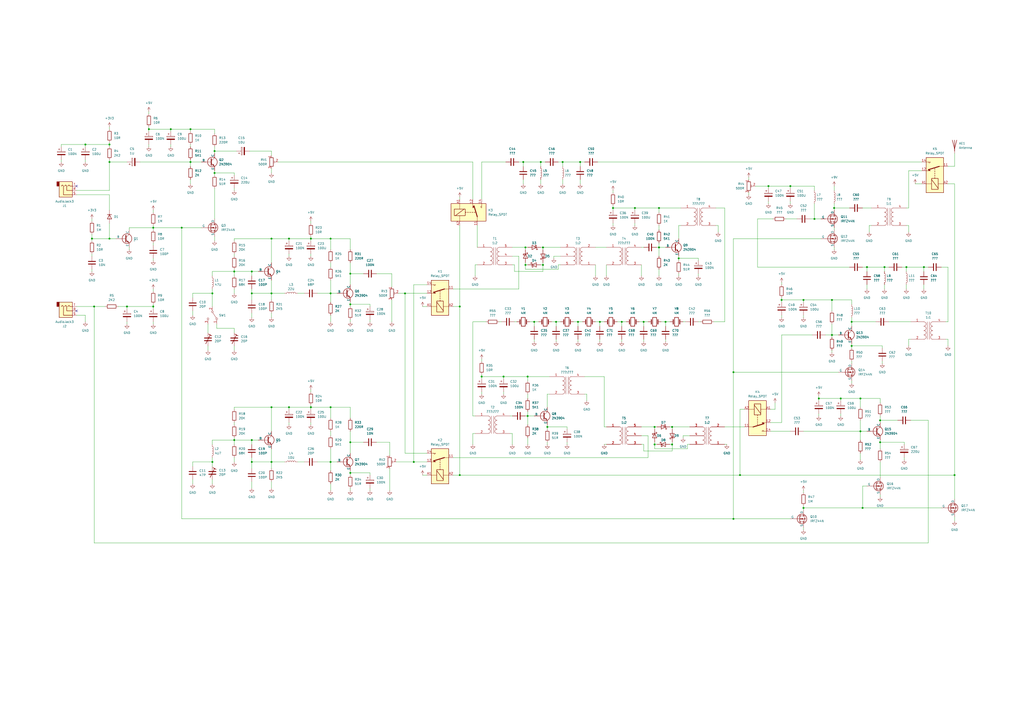
<source format=kicad_sch>
(kicad_sch (version 20230121) (generator eeschema)
  (paper "A2")
  (lib_symbols
    (symbol "Connector_Audio:AudioJack3"
      (property "Reference" "J" (at 0 8.89 0))
      (property "Value" "AudioJack3" (at 0 6.35 0))
      (symbol "AudioJack3_1_1"
        (pin passive line (at 5.08 0 180) (length 2.54) (name "~") (number "R"))
        (pin passive line (at 5.08 2.54 180) (length 2.54) (name "~") (number "S"))
        (pin passive line (at 5.08 -2.54 180) (length 2.54) (name "~") (number "T"))
      )
    )
    (symbol "Device:Antenna" (pin_numbers hide) (pin_names (offset 1.016) hide)
      (property "Reference" "AE" (at -1.905 1.905 0))
      (property "Value" "Antenna" (at -1.905 0 0))
      (symbol "Antenna_1_1"
        (pin input line (at 0 -5.08 90) (length 2.54) (name "A") (number "1"))
      )
    )
    (symbol "Device:C" (pin_numbers hide) (pin_names (offset 0.254))
      (property "Reference" "C" (at 0.635 2.54 0))
      (property "Value" "C" (at 0.635 -2.54 0))
      (symbol "C_1_1"
        (pin passive line (at 0 3.81 270) (length 2.794) (name "~") (number "1"))
        (pin passive line (at 0 -3.81 90) (length 2.794) (name "~") (number "2"))
      )
    )
    (symbol "Device:C_Polarized" (pin_numbers hide) (pin_names (offset 0.254))
      (property "Reference" "C" (at 0.635 2.54 0))
      (property "Value" "C_Polarized" (at 0.635 -2.54 0))
      (symbol "C_Polarized_1_1"
        (pin passive line (at 0 3.81 270) (length 2.794) (name "~") (number "1"))
        (pin passive line (at 0 -3.81 90) (length 2.794) (name "~") (number "2"))
      )
    )
    (symbol "Device:C_Trim" (pin_numbers hide) (pin_names (offset 0.254) hide)
      (property "Reference" "C" (at 1.524 -2.032 0))
      (property "Value" "C_Trim" (at 3.048 -3.556 0))
      (symbol "C_Trim_1_1"
        (pin passive line (at 0 3.81 270) (length 3.048) (name "~") (number "1"))
        (pin passive line (at 0 -3.81 90) (length 3.048) (name "~") (number "2"))
      )
    )
    (symbol "Device:Crystal" (pin_numbers hide) (pin_names (offset 1.016) hide)
      (property "Reference" "Y" (at 0 3.81 0))
      (property "Value" "Crystal" (at 0 -3.81 0))
      (symbol "Crystal_1_1"
        (pin passive line (at -3.81 0 0) (length 1.27) (name "1") (number "1"))
        (pin passive line (at 3.81 0 180) (length 1.27) (name "2") (number "2"))
      )
    )
    (symbol "Device:D" (pin_numbers hide) (pin_names (offset 1.016) hide)
      (property "Reference" "D" (at 0 2.54 0))
      (property "Value" "D" (at 0 -2.54 0))
      (symbol "D_1_1"
        (pin passive line (at -3.81 0 0) (length 2.54) (name "K") (number "1"))
        (pin passive line (at 3.81 0 180) (length 2.54) (name "A") (number "2"))
      )
    )
    (symbol "Device:D_Schottky" (pin_numbers hide) (pin_names (offset 1.016) hide)
      (property "Reference" "D" (at 0 2.54 0))
      (property "Value" "D_Schottky" (at 0 -2.54 0))
      (symbol "D_Schottky_1_1"
        (pin passive line (at -3.81 0 0) (length 2.54) (name "K") (number "1"))
        (pin passive line (at 3.81 0 180) (length 2.54) (name "A") (number "2"))
      )
    )
    (symbol "Device:L" (pin_numbers hide) (pin_names (offset 1.016) hide)
      (property "Reference" "L" (at -1.27 0 90))
      (property "Value" "L" (at 1.905 0 90))
      (symbol "L_1_1"
        (pin passive line (at 0 3.81 270) (length 1.27) (name "1") (number "1"))
        (pin passive line (at 0 -3.81 90) (length 1.27) (name "2") (number "2"))
      )
    )
    (symbol "Device:R" (pin_numbers hide) (pin_names (offset 0))
      (property "Reference" "R" (at 2.032 0 90))
      (property "Value" "R" (at 0 0 90))
      (symbol "R_1_1"
        (pin passive line (at 0 3.81 270) (length 1.27) (name "~") (number "1"))
        (pin passive line (at 0 -3.81 90) (length 1.27) (name "~") (number "2"))
      )
    )
    (symbol "Device:R_Potentiometer_Trim" (pin_names (offset 1.016) hide)
      (property "Reference" "RV" (at -4.445 0 90))
      (property "Value" "R_Potentiometer_Trim" (at -2.54 0 90))
      (symbol "R_Potentiometer_Trim_1_1"
        (pin passive line (at 0 3.81 270) (length 1.27) (name "1") (number "1"))
        (pin passive line (at 3.81 0 180) (length 1.27) (name "2") (number "2"))
        (pin passive line (at 0 -3.81 90) (length 1.27) (name "3") (number "3"))
      )
    )
    (symbol "Device:Transformer_1P_1S" (pin_names (offset 1.016) hide)
      (property "Reference" "T" (at 0 6.35 0))
      (property "Value" "Transformer_1P_1S" (at 0 -7.62 0))
      (symbol "Transformer_1P_1S_1_1"
        (pin passive line (at -10.16 5.08 0) (length 7.62) (name "AA") (number "1"))
        (pin passive line (at -10.16 -5.08 0) (length 7.62) (name "AB") (number "2"))
        (pin passive line (at 10.16 -5.08 180) (length 7.62) (name "SA") (number "3"))
        (pin passive line (at 10.16 5.08 180) (length 7.62) (name "SB") (number "4"))
      )
    )
    (symbol "Device:Transformer_1P_SS" (pin_names (offset 1.016) hide)
      (property "Reference" "T" (at 0 6.35 0))
      (property "Value" "Transformer_1P_SS" (at 0 -7.62 0))
      (symbol "Transformer_1P_SS_1_1"
        (pin passive line (at -10.16 5.08 0) (length 7.62) (name "AA") (number "1"))
        (pin passive line (at -10.16 -5.08 0) (length 7.62) (name "AB") (number "2"))
        (pin passive line (at 10.16 -5.08 180) (length 7.62) (name "SA") (number "3"))
        (pin passive line (at 10.16 0 180) (length 7.62) (name "SC") (number "4"))
        (pin passive line (at 10.16 5.08 180) (length 7.62) (name "SB") (number "5"))
      )
    )
    (symbol "Relay:Relay_SPDT"
      (property "Reference" "K" (at 11.43 3.81 0))
      (property "Value" "Relay_SPDT" (at 11.43 1.27 0))
      (symbol "Relay_SPDT_1_1"
        (pin passive line (at 5.08 -7.62 90) (length 2.54) (name "~") (number "11"))
        (pin passive line (at 2.54 7.62 270) (length 2.54) (name "~") (number "12"))
        (pin passive line (at 7.62 7.62 270) (length 2.54) (name "~") (number "14"))
        (pin passive line (at -5.08 7.62 270) (length 2.54) (name "~") (number "A1"))
        (pin passive line (at -5.08 -7.62 90) (length 2.54) (name "~") (number "A2"))
      )
    )
    (symbol "Simulation_SPICE:NMOS" (pin_numbers hide) (pin_names (offset 0))
      (property "Reference" "Q" (at 5.08 1.27 0))
      (property "Value" "NMOS" (at 5.08 -1.27 0))
      (symbol "NMOS_1_1"
        (pin passive line (at 2.54 5.08 270) (length 2.54) (name "D") (number "1"))
        (pin input line (at -5.08 0 0) (length 2.54) (name "G") (number "2"))
        (pin passive line (at 2.54 -5.08 90) (length 2.54) (name "S") (number "3"))
      )
    )
    (symbol "Simulation_SPICE:NPN" (pin_numbers hide) (pin_names (offset 0))
      (property "Reference" "Q" (at -2.54 7.62 0))
      (property "Value" "NPN" (at -2.54 5.08 0))
      (symbol "NPN_1_1"
        (pin open_collector line (at 2.54 5.08 270) (length 2.54) (name "C") (number "1"))
        (pin input line (at -5.08 0 0) (length 2.54) (name "B") (number "2"))
        (pin open_emitter line (at 2.54 -5.08 90) (length 2.54) (name "E") (number "3"))
      )
    )
    (symbol "Switch:SW_SPDT" (pin_names (offset 0) hide)
      (property "Reference" "SW" (at 0 4.318 0))
      (property "Value" "SW_SPDT" (at 0 -5.08 0))
      (symbol "SW_SPDT_1_1"
        (pin passive line (at 5.08 2.54 180) (length 2.54) (name "A") (number "1"))
        (pin passive line (at -5.08 0 0) (length 2.54) (name "B") (number "2"))
        (pin passive line (at 5.08 -2.54 180) (length 2.54) (name "C") (number "3"))
      )
    )
    (symbol "power:+3V3" (power) (pin_names (offset 0))
      (property "Value" "+3V3" (at 0 3.556 0))
      (symbol "+3V3_1_1"
        (pin power_in line (at 0 0 90) (length 0) hide (name "+3V3") (number "1"))
      )
    )
    (symbol "power:+5V" (power) (pin_names (offset 0))
      (property "Value" "+5V" (at 0 3.556 0))
      (symbol "+5V_1_1"
        (pin power_in line (at 0 0 90) (length 0) hide (name "+5V") (number "1"))
      )
    )
    (symbol "power:+9V" (power) (pin_names (offset 0))
      (property "Value" "+9V" (at 0 3.556 0))
      (symbol "+9V_1_1"
        (pin power_in line (at 0 0 90) (length 0) hide (name "+9V") (number "1"))
      )
    )
    (symbol "power:GND" (power) (pin_names (offset 0))
      (property "Value" "GND" (at 0 -3.81 0))
      (symbol "GND_1_1"
        (pin power_in line (at 0 0 270) (length 0) hide (name "GND") (number "1"))
      )
    )
  )
  (junction (at 99.06 74.93))
  (junction (at 180.34 236.22))
  (junction (at 54.61 177.8))
  (junction (at 203.2 256.54))
  (junction (at 49.53 83.82))
  (junction (at 502.92 154.94))
  (junction (at 123.19 170.18))
  (junction (at 314.96 143.51))
  (junction (at 322.58 186.69))
  (junction (at 389.89 247.65))
  (junction (at 124.46 100.33))
  (junction (at 191.77 170.18))
  (junction (at 191.77 138.43))
  (junction (at 266.7 275.59))
  (junction (at 482.6 194.31))
  (junction (at 240.03 267.97))
  (junction (at 429.26 275.59))
  (junction (at 146.05 267.97))
  (junction (at 553.72 275.59))
  (junction (at 347.98 186.69))
  (junction (at 53.34 138.43))
  (junction (at 124.46 87.63))
  (junction (at 317.5 247.65))
  (junction (at 146.05 157.48))
  (junction (at 499.11 231.14))
  (junction (at 303.53 93.98))
  (junction (at 494.03 186.69))
  (junction (at 146.05 255.27))
  (junction (at 336.55 93.98))
  (junction (at 110.49 74.93))
  (junction (at 304.8 153.67))
  (junction (at 314.96 153.67))
  (junction (at 535.94 154.94))
  (junction (at 525.78 154.94))
  (junction (at 110.49 93.98))
  (junction (at 472.44 127))
  (junction (at 425.45 300.99))
  (junction (at 425.45 215.9))
  (junction (at 135.89 255.27))
  (junction (at 203.2 274.32))
  (junction (at 453.39 173.99))
  (junction (at 373.38 186.69))
  (junction (at 393.7 149.86))
  (junction (at 513.08 154.94))
  (junction (at 234.95 170.18))
  (junction (at 379.73 257.81))
  (junction (at 499.11 250.19))
  (junction (at 335.28 186.69))
  (junction (at 73.66 177.8))
  (junction (at 63.5 83.82))
  (junction (at 146.05 170.18))
  (junction (at 105.41 132.08))
  (junction (at 445.77 107.95))
  (junction (at 494.03 200.66))
  (junction (at 279.4 218.44))
  (junction (at 382.27 120.65))
  (junction (at 510.54 243.84))
  (junction (at 306.07 241.3))
  (junction (at 474.98 231.14))
  (junction (at 191.77 236.22))
  (junction (at 167.64 236.22))
  (junction (at 63.5 138.43))
  (junction (at 360.68 186.69))
  (junction (at 309.88 186.69))
  (junction (at 304.8 143.51))
  (junction (at 88.9 132.08))
  (junction (at 379.73 247.65))
  (junction (at 157.48 170.18))
  (junction (at 482.6 173.99))
  (junction (at 191.77 267.97))
  (junction (at 466.09 173.99))
  (junction (at 487.68 231.14))
  (junction (at 510.54 256.54))
  (junction (at 203.2 176.53))
  (junction (at 382.27 143.51))
  (junction (at 88.9 177.8))
  (junction (at 157.48 267.97))
  (junction (at 266.7 177.8))
  (junction (at 135.89 157.48))
  (junction (at 483.87 120.65))
  (junction (at 123.19 267.97))
  (junction (at 180.34 138.43))
  (junction (at 167.64 138.43))
  (junction (at 466.09 294.64))
  (junction (at 389.89 257.81))
  (junction (at 326.39 93.98))
  (junction (at 313.69 93.98))
  (junction (at 368.3 120.65))
  (junction (at 458.47 107.95))
  (junction (at 500.38 294.64))
  (junction (at 63.5 93.98))
  (junction (at 157.48 236.22))
  (junction (at 306.07 218.44))
  (junction (at 292.1 218.44))
  (junction (at 355.6 120.65))
  (junction (at 86.36 74.93))
  (junction (at 157.48 138.43))
  (junction (at 386.08 186.69))
  (junction (at 203.2 158.75))
  (no_connect (at 44.45 180.34))
  (no_connect (at 44.45 107.95))
  (wire (pts (xy 382.27 120.65) (xy 382.27 123.19)))
  (wire (pts (xy 172.72 170.18) (xy 176.53 170.18)))
  (wire (pts (xy 203.2 275.59) (xy 203.2 274.32)))
  (wire (pts (xy 135.89 109.22) (xy 135.89 110.49)))
  (wire (pts (xy 161.29 93.98) (xy 274.32 93.98)))
  (wire (pts (xy 405.13 160.02) (xy 405.13 158.75)))
  (wire (pts (xy 214.63 274.32) (xy 214.63 275.59)))
  (wire (pts (xy 234.95 170.18) (xy 234.95 262.89)))
  (wire (pts (xy 63.5 83.82) (xy 63.5 85.09)))
  (wire (pts (xy 124.46 85.09) (xy 124.46 87.63)))
  (wire (pts (xy 240.03 165.1) (xy 247.65 165.1)))
  (wire (pts (xy 373.38 186.69) (xy 373.38 189.23)))
  (wire (pts (xy 240.03 165.1) (xy 240.03 267.97)))
  (wire (pts (xy 438.15 107.95) (xy 445.77 107.95)))
  (wire (pts (xy 355.6 120.65) (xy 368.3 120.65)))
  (wire (pts (xy 146.05 170.18) (xy 146.05 173.99)))
  (wire (pts (xy 320.04 186.69) (xy 322.58 186.69)))
  (wire (pts (xy 180.34 226.06) (xy 180.34 227.33)))
  (wire (pts (xy 309.88 186.69) (xy 309.88 189.23)))
  (wire (pts (xy 180.34 138.43) (xy 191.77 138.43)))
  (wire (pts (xy 499.11 231.14) (xy 510.54 231.14)))
  (wire (pts (xy 549.91 154.94) (xy 549.91 186.69)))
  (wire (pts (xy 298.45 157.48) (xy 314.96 157.48)))
  (wire (pts (xy 86.36 85.09) (xy 86.36 83.82)))
  (wire (pts (xy 53.34 147.32) (xy 53.34 148.59)))
  (wire (pts (xy 524.51 256.54) (xy 524.51 257.81)))
  (wire (pts (xy 505.46 120.65) (xy 500.38 120.65)))
  (wire (pts (xy 54.61 314.96) (xy 538.48 314.96)))
  (wire (pts (xy 86.36 64.77) (xy 86.36 66.04)))
  (wire (pts (xy 298.45 153.67) (xy 298.45 157.48)))
  (wire (pts (xy 416.56 130.81) (xy 416.56 134.62)))
  (wire (pts (xy 483.87 118.11) (xy 483.87 120.65)))
  (wire (pts (xy 135.89 193.04) (xy 135.89 190.5)))
  (wire (pts (xy 54.61 177.8) (xy 54.61 314.96)))
  (wire (pts (xy 474.98 241.3) (xy 474.98 240.03)))
  (wire (pts (xy 226.06 256.54) (xy 218.44 256.54)))
  (wire (pts (xy 472.44 107.95) (xy 472.44 110.49)))
  (wire (pts (xy 304.8 143.51) (xy 306.07 143.51)))
  (wire (pts (xy 73.66 187.96) (xy 73.66 186.69)))
  (wire (pts (xy 124.46 100.33) (xy 124.46 99.06)))
  (wire (pts (xy 111.76 280.67) (xy 111.76 278.13)))
  (wire (pts (xy 245.11 275.59) (xy 247.65 275.59)))
  (wire (pts (xy 124.46 100.33) (xy 135.89 100.33)))
  (wire (pts (xy 203.2 152.4) (xy 203.2 158.75)))
  (wire (pts (xy 123.19 255.27) (xy 135.89 255.27)))
  (wire (pts (xy 157.48 267.97) (xy 157.48 271.78)))
  (wire (pts (xy 227.33 158.75) (xy 218.44 158.75)))
  (wire (pts (xy 379.73 256.54) (xy 379.73 257.81)))
  (wire (pts (xy 229.87 267.97) (xy 240.03 267.97)))
  (wire (pts (xy 54.61 177.8) (xy 60.96 177.8)))
  (wire (pts (xy 303.53 106.68) (xy 303.53 104.14)))
  (wire (pts (xy 111.76 182.88) (xy 111.76 180.34)))
  (wire (pts (xy 110.49 96.52) (xy 110.49 93.98)))
  (wire (pts (xy 332.74 186.69) (xy 335.28 186.69)))
  (wire (pts (xy 494.03 199.39) (xy 494.03 200.66)))
  (wire (pts (xy 405.13 186.69) (xy 406.4 186.69)))
  (wire (pts (xy 379.73 247.65) (xy 381 247.65)))
  (wire (pts (xy 314.96 152.4) (xy 314.96 153.67)))
  (wire (pts (xy 502.92 154.94) (xy 502.92 157.48)))
  (wire (pts (xy 274.32 186.69) (xy 281.94 186.69)))
  (wire (pts (xy 146.05 157.48) (xy 146.05 160.02)))
  (wire (pts (xy 510.54 276.86) (xy 510.54 267.97)))
  (wire (pts (xy 88.9 167.64) (xy 88.9 168.91)))
  (wire (pts (xy 323.85 156.21) (xy 304.8 156.21)))
  (wire (pts (xy 482.6 195.58) (xy 482.6 194.31)))
  (wire (pts (xy 203.2 186.69) (xy 203.2 185.42)))
  (wire (pts (xy 482.6 173.99) (xy 482.6 180.34)))
  (wire (pts (xy 123.19 170.18) (xy 123.19 177.8)))
  (wire (pts (xy 110.49 104.14) (xy 110.49 106.68)))
  (wire (pts (xy 191.77 273.05) (xy 191.77 267.97)))
  (wire (pts (xy 372.11 143.51) (xy 373.38 143.51)))
  (wire (pts (xy 355.6 120.65) (xy 355.6 121.92)))
  (wire (pts (xy 203.2 165.1) (xy 203.2 158.75)))
  (wire (pts (xy 382.27 140.97) (xy 382.27 143.51)))
  (wire (pts (xy 53.34 138.43) (xy 53.34 139.7)))
  (wire (pts (xy 499.11 250.19) (xy 499.11 255.27)))
  (wire (pts (xy 425.45 138.43) (xy 425.45 215.9)))
  (wire (pts (xy 88.9 133.35) (xy 88.9 132.08)))
  (wire (pts (xy 368.3 130.81) (xy 368.3 129.54)))
  (wire (pts (xy 203.2 177.8) (xy 203.2 176.53)))
  (wire (pts (xy 234.95 262.89) (xy 247.65 262.89)))
  (wire (pts (xy 110.49 74.93) (xy 110.49 76.2)))
  (wire (pts (xy 453.39 173.99) (xy 466.09 173.99)))
  (wire (pts (xy 350.52 186.69) (xy 347.98 186.69)))
  (wire (pts (xy 276.86 130.81) (xy 276.86 143.51)))
  (wire (pts (xy 167.64 246.38) (xy 167.64 245.11)))
  (wire (pts (xy 525.78 154.94) (xy 525.78 157.48)))
  (wire (pts (xy 146.05 265.43) (xy 146.05 267.97)))
  (wire (pts (xy 323.85 153.67) (xy 325.12 153.67)))
  (wire (pts (xy 135.89 157.48) (xy 135.89 160.02)))
  (wire (pts (xy 135.89 138.43) (xy 135.89 139.7)))
  (wire (pts (xy 191.77 250.19) (xy 191.77 252.73)))
  (wire (pts (xy 527.05 196.85) (xy 527.05 200.66)))
  (wire (pts (xy 527.05 130.81) (xy 525.78 130.81)))
  (wire (pts (xy 474.98 231.14) (xy 474.98 232.41)))
  (wire (pts (xy 453.39 194.31) (xy 453.39 245.11)))
  (wire (pts (xy 328.93 248.92) (xy 328.93 247.65)))
  (wire (pts (xy 86.36 74.93) (xy 86.36 73.66)))
  (wire (pts (xy 88.9 176.53) (xy 88.9 177.8)))
  (wire (pts (xy 191.77 170.18) (xy 195.58 170.18)))
  (wire (pts (xy 203.2 274.32) (xy 203.2 273.05)))
  (wire (pts (xy 135.89 157.48) (xy 146.05 157.48)))
  (wire (pts (xy 275.59 153.67) (xy 276.86 153.67)))
  (wire (pts (xy 347.98 186.69) (xy 345.44 186.69)))
  (wire (pts (xy 466.09 284.48) (xy 466.09 285.75)))
  (wire (pts (xy 266.7 114.3) (xy 266.7 115.57)))
  (wire (pts (xy 146.05 167.64) (xy 146.05 170.18)))
  (wire (pts (xy 322.58 186.69) (xy 322.58 189.23)))
  (wire (pts (xy 203.2 158.75) (xy 210.82 158.75)))
  (wire (pts (xy 494.03 186.69) (xy 508 186.69)))
  (wire (pts (xy 335.28 186.69) (xy 337.82 186.69)))
  (wire (pts (xy 389.89 257.81) (xy 388.62 257.81)))
  (wire (pts (xy 63.5 93.98) (xy 73.66 93.98)))
  (wire (pts (xy 429.26 237.49) (xy 429.26 275.59)))
  (wire (pts (xy 504.19 130.81) (xy 505.46 130.81)))
  (wire (pts (xy 317.5 228.6) (xy 317.5 236.22)))
  (wire (pts (xy 360.68 196.85) (xy 360.68 198.12)))
  (wire (pts (xy 135.89 254) (xy 135.89 255.27)))
  (wire (pts (xy 339.09 218.44) (xy 350.52 218.44)))
  (wire (pts (xy 527.05 134.62) (xy 527.05 130.81)))
  (wire (pts (xy 458.47 107.95) (xy 472.44 107.95)))
  (wire (pts (xy 304.8 143.51) (xy 304.8 144.78)))
  (wire (pts (xy 317.5 247.65) (xy 317.5 248.92)))
  (wire (pts (xy 482.6 173.99) (xy 494.03 173.99)))
  (wire (pts (xy 86.36 74.93) (xy 99.06 74.93)))
  (wire (pts (xy 167.64 138.43) (xy 180.34 138.43)))
  (wire (pts (xy 203.2 236.22) (xy 203.2 242.57)))
  (wire (pts (xy 386.08 186.69) (xy 386.08 189.23)))
  (wire (pts (xy 466.09 250.19) (xy 499.11 250.19)))
  (wire (pts (xy 157.48 138.43) (xy 157.48 152.4)))
  (wire (pts (xy 227.33 186.69) (xy 227.33 173.99)))
  (wire (pts (xy 191.77 138.43) (xy 191.77 144.78)))
  (wire (pts (xy 527.05 196.85) (xy 528.32 196.85)))
  (wire (pts (xy 347.98 186.69) (xy 347.98 189.23)))
  (wire (pts (xy 120.65 203.2) (xy 120.65 200.66)))
  (wire (pts (xy 180.34 148.59) (xy 180.34 147.32)))
  (wire (pts (xy 549.91 106.68) (xy 553.72 106.68)))
  (wire (pts (xy 203.2 256.54) (xy 210.82 256.54)))
  (wire (pts (xy 336.55 93.98) (xy 339.09 93.98)))
  (wire (pts (xy 510.54 243.84) (xy 520.7 243.84)))
  (wire (pts (xy 379.73 247.65) (xy 379.73 248.92)))
  (wire (pts (xy 523.24 154.94) (xy 525.78 154.94)))
  (wire (pts (xy 86.36 74.93) (xy 86.36 76.2)))
  (wire (pts (xy 105.41 132.08) (xy 116.84 132.08)))
  (wire (pts (xy 231.14 170.18) (xy 234.95 170.18)))
  (wire (pts (xy 110.49 85.09) (xy 110.49 83.82)))
  (wire (pts (xy 180.34 138.43) (xy 180.34 137.16)))
  (wire (pts (xy 266.7 130.81) (xy 266.7 177.8)))
  (wire (pts (xy 297.18 143.51) (xy 304.8 143.51)))
  (wire (pts (xy 110.49 92.71) (xy 110.49 93.98)))
  (wire (pts (xy 314.96 153.67) (xy 314.96 157.48)))
  (wire (pts (xy 494.03 209.55) (xy 494.03 210.82)))
  (wire (pts (xy 157.48 162.56) (xy 157.48 170.18)))
  (wire (pts (xy 99.06 74.93) (xy 99.06 76.2)))
  (wire (pts (xy 439.42 154.94) (xy 492.76 154.94)))
  (wire (pts (xy 314.96 144.78) (xy 314.96 143.51)))
  (wire (pts (xy 515.62 186.69) (xy 528.32 186.69)))
  (wire (pts (xy 527.05 99.06) (xy 527.05 120.65)))
  (wire (pts (xy 360.68 186.69) (xy 363.22 186.69)))
  (wire (pts (xy 502.92 167.64) (xy 502.92 165.1)))
  (wire (pts (xy 396.24 186.69) (xy 397.51 186.69)))
  (wire (pts (xy 389.89 248.92) (xy 389.89 247.65)))
  (wire (pts (xy 279.4 208.28) (xy 279.4 209.55)))
  (wire (pts (xy 347.98 196.85) (xy 347.98 198.12)))
  (wire (pts (xy 274.32 241.3) (xy 274.32 186.69)))
  (wire (pts (xy 466.09 173.99) (xy 482.6 173.99)))
  (wire (pts (xy 124.46 87.63) (xy 137.16 87.63)))
  (wire (pts (xy 105.41 300.99) (xy 425.45 300.99)))
  (wire (pts (xy 445.77 107.95) (xy 458.47 107.95)))
  (wire (pts (xy 383.54 186.69) (xy 386.08 186.69)))
  (wire (pts (xy 326.39 93.98) (xy 326.39 96.52)))
  (wire (pts (xy 528.32 243.84) (xy 538.48 243.84)))
  (wire (pts (xy 453.39 245.11) (xy 447.04 245.11)))
  (wire (pts (xy 335.28 196.85) (xy 335.28 198.12)))
  (wire (pts (xy 345.44 143.51) (xy 351.79 143.51)))
  (wire (pts (xy 328.93 247.65) (xy 317.5 247.65)))
  (wire (pts (xy 191.77 267.97) (xy 195.58 267.97)))
  (wire (pts (xy 304.8 153.67) (xy 306.07 153.67)))
  (wire (pts (xy 274.32 93.98) (xy 274.32 115.57)))
  (wire (pts (xy 487.68 231.14) (xy 499.11 231.14)))
  (wire (pts (xy 313.69 93.98) (xy 313.69 96.52)))
  (wire (pts (xy 53.34 127) (xy 53.34 128.27)))
  (wire (pts (xy 318.77 228.6) (xy 317.5 228.6)))
  (wire (pts (xy 314.96 153.67) (xy 313.69 153.67)))
  (wire (pts (xy 292.1 218.44) (xy 292.1 219.71)))
  (wire (pts (xy 549.91 196.85) (xy 548.64 196.85)))
  (wire (pts (xy 326.39 93.98) (xy 336.55 93.98)))
  (wire (pts (xy 49.53 186.69) (xy 49.53 182.88)))
  (wire (pts (xy 157.48 184.15) (xy 157.48 181.61)))
  (wire (pts (xy 105.41 132.08) (xy 105.41 300.99)))
  (wire (pts (xy 323.85 93.98) (xy 326.39 93.98)))
  (wire (pts (xy 289.56 186.69) (xy 290.83 186.69)))
  (wire (pts (xy 510.54 260.35) (xy 510.54 256.54)))
  (wire (pts (xy 379.73 260.35) (xy 379.73 257.81)))
  (wire (pts (xy 135.89 138.43) (xy 157.48 138.43)))
  (wire (pts (xy 510.54 255.27) (xy 510.54 256.54)))
  (wire (pts (xy 304.8 241.3) (xy 306.07 241.3)))
  (wire (pts (xy 214.63 176.53) (xy 214.63 177.8)))
  (wire (pts (xy 339.09 228.6) (xy 340.36 228.6)))
  (wire (pts (xy 262.89 167.64) (xy 300.99 167.64)))
  (wire (pts (xy 513.08 154.94) (xy 502.92 154.94)))
  (wire (pts (xy 510.54 256.54) (xy 524.51 256.54)))
  (wire (pts (xy 279.4 228.6) (xy 279.4 227.33)))
  (wire (pts (xy 135.89 147.32) (xy 135.89 148.59)))
  (wire (pts (xy 74.93 132.08) (xy 88.9 132.08)))
  (wire (pts (xy 279.4 93.98) (xy 279.4 115.57)))
  (wire (pts (xy 350.52 257.81) (xy 351.79 257.81)))
  (wire (pts (xy 466.09 293.37) (xy 466.09 294.64)))
  (wire (pts (xy 157.48 283.21) (xy 157.48 279.4)))
  (wire (pts (xy 167.64 236.22) (xy 180.34 236.22)))
  (wire (pts (xy 420.37 120.65) (xy 415.29 120.65)))
  (wire (pts (xy 466.09 294.64) (xy 500.38 294.64)))
  (wire (pts (xy 167.64 138.43) (xy 167.64 139.7)))
  (wire (pts (xy 306.07 238.76) (xy 306.07 241.3)))
  (wire (pts (xy 295.91 241.3) (xy 297.18 241.3)))
  (wire (pts (xy 381 143.51) (xy 382.27 143.51)))
  (wire (pts (xy 396.24 254) (xy 396.24 252.73)))
  (wire (pts (xy 53.34 157.48) (xy 53.34 156.21)))
  (wire (pts (xy 240.03 267.97) (xy 247.65 267.97)))
  (wire (pts (xy 499.11 266.7) (xy 499.11 262.89)))
  (wire (pts (xy 527.05 99.06) (xy 534.67 99.06)))
  (wire (pts (xy 279.4 218.44) (xy 279.4 219.71)))
  (wire (pts (xy 146.05 283.21) (xy 146.05 279.4)))
  (wire (pts (xy 226.06 264.16) (xy 226.06 256.54)))
  (wire (pts (xy 274.32 257.81) (xy 274.32 251.46)))
  (wire (pts (xy 135.89 203.2) (xy 135.89 200.66)))
  (wire (pts (xy 123.19 270.51) (xy 123.19 267.97)))
  (wire (pts (xy 88.9 130.81) (xy 88.9 132.08)))
  (wire (pts (xy 396.24 252.73) (xy 400.05 252.73)))
  (wire (pts (xy 35.56 83.82) (xy 35.56 85.09)))
  (wire (pts (xy 157.48 138.43) (xy 167.64 138.43)))
  (wire (pts (xy 453.39 172.72) (xy 453.39 173.99)))
  (wire (pts (xy 453.39 194.31) (xy 471.17 194.31)))
  (wire (pts (xy 300.99 148.59) (xy 297.18 148.59)))
  (wire (pts (xy 124.46 109.22) (xy 124.46 127)))
  (wire (pts (xy 487.68 231.14) (xy 487.68 232.41)))
  (wire (pts (xy 203.2 262.89) (xy 203.2 256.54)))
  (wire (pts (xy 167.64 236.22) (xy 167.64 237.49)))
  (wire (pts (xy 476.25 138.43) (xy 425.45 138.43)))
  (wire (pts (xy 63.5 73.66) (xy 63.5 74.93)))
  (wire (pts (xy 405.13 149.86) (xy 393.7 149.86)))
  (wire (pts (xy 472.44 127) (xy 476.25 127)))
  (wire (pts (xy 455.93 127) (xy 462.28 127)))
  (wire (pts (xy 297.18 251.46) (xy 295.91 251.46)))
  (wire (pts (xy 382.27 120.65) (xy 394.97 120.65)))
  (wire (pts (xy 124.46 74.93) (xy 124.46 77.47)))
  (wire (pts (xy 191.77 175.26) (xy 191.77 170.18)))
  (wire (pts (xy 449.58 237.49) (xy 447.04 237.49)))
  (wire (pts (xy 157.48 170.18) (xy 157.48 173.99)))
  (wire (pts (xy 135.89 245.11) (xy 135.89 246.38)))
  (wire (pts (xy 123.19 167.64) (xy 123.19 170.18)))
  (wire (pts (xy 313.69 93.98) (xy 303.53 93.98)))
  (wire (pts (xy 466.09 184.15) (xy 466.09 182.88)))
  (wire (pts (xy 191.77 236.22) (xy 191.77 242.57)))
  (wire (pts (xy 510.54 243.84) (xy 510.54 245.11)))
  (wire (pts (xy 453.39 173.99) (xy 453.39 175.26)))
  (wire (pts (xy 53.34 138.43) (xy 63.5 138.43)))
  (wire (pts (xy 63.5 129.54) (xy 63.5 138.43)))
  (wire (pts (xy 389.89 247.65) (xy 400.05 247.65)))
  (wire (pts (xy 398.78 260.35) (xy 379.73 260.35)))
  (wire (pts (xy 99.06 74.93) (xy 110.49 74.93)))
  (wire (pts (xy 279.4 218.44) (xy 292.1 218.44)))
  (wire (pts (xy 513.08 167.64) (xy 513.08 165.1)))
  (wire (pts (xy 535.94 154.94) (xy 535.94 157.48)))
  (wire (pts (xy 135.89 236.22) (xy 135.89 237.49)))
  (wire (pts (xy 323.85 153.67) (xy 323.85 156.21)))
  (wire (pts (xy 303.53 93.98) (xy 303.53 96.52)))
  (wire (pts (xy 44.45 177.8) (xy 54.61 177.8)))
  (wire (pts (xy 304.8 156.21) (xy 304.8 153.67)))
  (wire (pts (xy 368.3 120.65) (xy 382.27 120.65)))
  (wire (pts (xy 458.47 118.11) (xy 458.47 116.84)))
  (wire (pts (xy 386.08 196.85) (xy 386.08 198.12)))
  (wire (pts (xy 434.34 113.03) (xy 434.34 111.76)))
  (wire (pts (xy 203.2 138.43) (xy 203.2 144.78)))
  (wire (pts (xy 300.99 148.59) (xy 300.99 167.64)))
  (wire (pts (xy 180.34 236.22) (xy 191.77 236.22)))
  (wire (pts (xy 487.68 241.3) (xy 487.68 240.03)))
  (wire (pts (xy 373.38 196.85) (xy 373.38 198.12)))
  (wire (pts (xy 63.5 138.43) (xy 67.31 138.43)))
  (wire (pts (xy 274.32 241.3) (xy 275.59 241.3)))
  (wire (pts (xy 111.76 267.97) (xy 111.76 270.51)))
  (wire (pts (xy 453.39 184.15) (xy 453.39 182.88)))
  (wire (pts (xy 494.03 184.15) (xy 494.03 186.69)))
  (wire (pts (xy 88.9 187.96) (xy 88.9 186.69)))
  (wire (pts (xy 321.31 149.86) (xy 321.31 148.59)))
  (wire (pts (xy 123.19 160.02) (xy 123.19 157.48)))
  (wire (pts (xy 306.07 241.3) (xy 309.88 241.3)))
  (wire (pts (xy 449.58 233.68) (xy 449.58 237.49)))
  (wire (pts (xy 262.89 177.8) (xy 266.7 177.8)))
  (wire (pts (xy 111.76 170.18) (xy 123.19 170.18)))
  (wire (pts (xy 350.52 247.65) (xy 351.79 247.65)))
  (wire (pts (xy 125.73 187.96) (xy 125.73 190.5)))
  (wire (pts (xy 123.19 157.48) (xy 135.89 157.48)))
  (wire (pts (xy 394.97 130.81) (xy 393.7 130.81)))
  (wire (pts (xy 420.37 186.69) (xy 414.02 186.69)))
  (wire (pts (xy 275.59 153.67) (xy 275.59 160.02)))
  (wire (pts (xy 483.87 132.08) (xy 483.87 133.35)))
  (wire (pts (xy 234.95 170.18) (xy 247.65 170.18)))
  (wire (pts (xy 388.62 247.65) (xy 389.89 247.65)))
  (wire (pts (xy 157.48 87.63) (xy 144.78 87.63)))
  (wire (pts (xy 120.65 187.96) (xy 120.65 193.04)))
  (wire (pts (xy 511.81 210.82) (xy 511.81 209.55)))
  (wire (pts (xy 478.79 194.31) (xy 482.6 194.31)))
  (wire (pts (xy 157.48 267.97) (xy 165.1 267.97)))
  (wire (pts (xy 306.07 246.38) (xy 306.07 241.3)))
  (wire (pts (xy 88.9 177.8) (xy 88.9 179.07)))
  (wire (pts (xy 321.31 148.59) (xy 325.12 148.59)))
  (wire (pts (xy 226.06 284.48) (xy 226.06 271.78)))
  (wire (pts (xy 466.09 307.34) (xy 466.09 306.07)))
  (wire (pts (xy 110.49 74.93) (xy 124.46 74.93)))
  (wire (pts (xy 524.51 265.43) (xy 524.51 266.7)))
  (wire (pts (xy 429.26 275.59) (xy 553.72 275.59)))
  (wire (pts (xy 49.53 83.82) (xy 49.53 85.09)))
  (wire (pts (xy 416.56 130.81) (xy 415.29 130.81)))
  (wire (pts (xy 63.5 92.71) (xy 63.5 93.98)))
  (wire (pts (xy 351.79 160.02) (xy 351.79 153.67)))
  (wire (pts (xy 135.89 170.18) (xy 135.89 167.64)))
  (wire (pts (xy 393.7 148.59) (xy 393.7 149.86)))
  (wire (pts (xy 500.38 154.94) (xy 502.92 154.94)))
  (wire (pts (xy 510.54 288.29) (xy 510.54 287.02)))
  (wire (pts (xy 500.38 281.94) (xy 502.92 281.94)))
  (wire (pts (xy 535.94 167.64) (xy 535.94 165.1)))
  (wire (pts (xy 382.27 143.51) (xy 386.08 143.51)))
  (wire (pts (xy 135.89 190.5) (xy 125.73 190.5)))
  (wire (pts (xy 135.89 255.27) (xy 135.89 257.81)))
  (wire (pts (xy 511.81 200.66) (xy 511.81 201.93)))
  (wire (pts (xy 88.9 151.13) (xy 88.9 149.86)))
  (wire (pts (xy 203.2 176.53) (xy 214.63 176.53)))
  (wire (pts (xy 298.45 153.67) (xy 297.18 153.67)))
  (wire (pts (xy 157.48 170.18) (xy 165.1 170.18)))
  (wire (pts (xy 382.27 160.02) (xy 382.27 156.21)))
  (wire (pts (xy 499.11 236.22) (xy 499.11 231.14)))
  (wire (pts (xy 167.64 148.59) (xy 167.64 147.32)))
  (wire (pts (xy 482.6 187.96) (xy 482.6 194.31)))
  (wire (pts (xy 262.89 265.43) (xy 375.92 265.43)))
  (wire (pts (xy 81.28 93.98) (xy 110.49 93.98)))
  (wire (pts (xy 372.11 247.65) (xy 379.73 247.65)))
  (wire (pts (xy 474.98 229.87) (xy 474.98 231.14)))
  (wire (pts (xy 146.05 184.15) (xy 146.05 181.61)))
  (wire (pts (xy 355.6 130.81) (xy 355.6 129.54)))
  (wire (pts (xy 191.77 186.69) (xy 191.77 182.88)))
  (wire (pts (xy 274.32 251.46) (xy 275.59 251.46)))
  (wire (pts (xy 389.89 257.81) (xy 389.89 261.62)))
  (wire (pts (xy 472.44 118.11) (xy 472.44 127)))
  (wire (pts (xy 425.45 300.99) (xy 458.47 300.99)))
  (wire (pts (xy 313.69 143.51) (xy 314.96 143.51)))
  (wire (pts (xy 530.86 106.68) (xy 534.67 106.68)))
  (wire (pts (xy 99.06 85.09) (xy 99.06 83.82)))
  (wire (pts (xy 549.91 96.52) (xy 553.72 96.52)))
  (wire (pts (xy 309.88 196.85) (xy 309.88 198.12)))
  (wire (pts (xy 398.78 257.81) (xy 398.78 260.35)))
  (wire (pts (xy 535.94 154.94) (xy 538.48 154.94)))
  (wire (pts (xy 373.38 186.69) (xy 375.92 186.69)))
  (wire (pts (xy 326.39 106.68) (xy 326.39 104.14)))
  (wire (pts (xy 375.92 252.73) (xy 375.92 265.43)))
  (wire (pts (xy 373.38 257.81) (xy 372.11 257.81)))
  (wire (pts (xy 63.5 121.92) (xy 63.5 113.03)))
  (wire (pts (xy 68.58 177.8) (xy 73.66 177.8)))
  (wire (pts (xy 172.72 267.97) (xy 176.53 267.97)))
  (wire (pts (xy 373.38 257.81) (xy 373.38 261.62)))
  (wire (pts (xy 549.91 154.94) (xy 546.1 154.94)))
  (wire (pts (xy 439.42 127) (xy 439.42 154.94)))
  (wire (pts (xy 49.53 93.98) (xy 49.53 92.71)))
  (wire (pts (xy 434.34 102.87) (xy 434.34 104.14)))
  (wire (pts (xy 340.36 228.6) (xy 340.36 232.41)))
  (wire (pts (xy 429.26 237.49) (xy 431.8 237.49)))
  (wire (pts (xy 146.05 267.97) (xy 146.05 271.78)))
  (wire (pts (xy 135.89 156.21) (xy 135.89 157.48)))
  (wire (pts (xy 499.11 243.84) (xy 499.11 250.19)))
  (wire (pts (xy 298.45 186.69) (xy 299.72 186.69)))
  (wire (pts (xy 180.34 236.22) (xy 180.34 234.95)))
  (wire (pts (xy 494.03 222.25) (xy 494.03 220.98)))
  (wire (pts (xy 307.34 186.69) (xy 309.88 186.69)))
  (wire (pts (xy 88.9 121.92) (xy 88.9 123.19)))
  (wire (pts (xy 279.4 217.17) (xy 279.4 218.44)))
  (wire (pts (xy 483.87 144.78) (xy 483.87 143.51)))
  (wire (pts (xy 135.89 267.97) (xy 135.89 265.43)))
  (wire (pts (xy 372.11 160.02) (xy 372.11 153.67)))
  (wire (pts (xy 553.72 88.9) (xy 553.72 96.52)))
  (wire (pts (xy 504.19 130.81) (xy 504.19 134.62)))
  (wire (pts (xy 203.2 274.32) (xy 214.63 274.32)))
  (wire (pts (xy 499.11 250.19) (xy 502.92 250.19)))
  (wire (pts (xy 313.69 106.68) (xy 313.69 104.14)))
  (wire (pts (xy 421.64 257.81) (xy 420.37 257.81)))
  (wire (pts (xy 393.7 130.81) (xy 393.7 138.43)))
  (wire (pts (xy 135.89 100.33) (xy 135.89 101.6)))
  (wire (pts (xy 49.53 182.88) (xy 44.45 182.88)))
  (wire (pts (xy 439.42 127) (xy 448.31 127)))
  (wire (pts (xy 245.11 177.8) (xy 247.65 177.8)))
  (wire (pts (xy 469.9 127) (xy 472.44 127)))
  (wire (pts (xy 149.86 255.27) (xy 146.05 255.27)))
  (wire (pts (xy 180.34 128.27) (xy 180.34 129.54)))
  (wire (pts (xy 525.78 120.65) (xy 527.05 120.65)))
  (wire (pts (xy 111.76 172.72) (xy 111.76 170.18)))
  (wire (pts (xy 398.78 257.81) (xy 400.05 257.81)))
  (wire (pts (xy 88.9 132.08) (xy 105.41 132.08)))
  (wire (pts (xy 500.38 294.64) (xy 546.1 294.64)))
  (wire (pts (xy 420.37 186.69) (xy 420.37 120.65)))
  (wire (pts (xy 203.2 250.19) (xy 203.2 256.54)))
  (wire (pts (xy 73.66 177.8) (xy 88.9 177.8)))
  (wire (pts (xy 425.45 215.9) (xy 486.41 215.9)))
  (wire (pts (xy 494.03 173.99) (xy 494.03 176.53)))
  (wire (pts (xy 453.39 163.83) (xy 453.39 165.1)))
  (wire (pts (xy 157.48 87.63) (xy 157.48 90.17)))
  (wire (pts (xy 538.48 243.84) (xy 538.48 314.96)))
  (wire (pts (xy 355.6 119.38) (xy 355.6 120.65)))
  (wire (pts (xy 494.03 186.69) (xy 494.03 189.23)))
  (wire (pts (xy 292.1 218.44) (xy 306.07 218.44)))
  (wire (pts (xy 309.88 186.69) (xy 312.42 186.69)))
  (wire (pts (xy 389.89 256.54) (xy 389.89 257.81)))
  (wire (pts (xy 180.34 236.22) (xy 180.34 237.49)))
  (wire (pts (xy 553.72 275.59) (xy 553.72 289.56)))
  (wire (pts (xy 191.77 152.4) (xy 191.77 154.94)))
  (wire (pts (xy 425.45 215.9) (xy 425.45 300.99)))
  (wire (pts (xy 306.07 228.6) (xy 306.07 231.14)))
  (wire (pts (xy 328.93 257.81) (xy 328.93 256.54)))
  (wire (pts (xy 146.05 170.18) (xy 157.48 170.18)))
  (wire (pts (xy 386.08 186.69) (xy 388.62 186.69)))
  (wire (pts (xy 63.5 82.55) (xy 63.5 83.82)))
  (wire (pts (xy 360.68 186.69) (xy 360.68 189.23)))
  (wire (pts (xy 123.19 267.97) (xy 111.76 267.97)))
  (wire (pts (xy 184.15 170.18) (xy 191.77 170.18)))
  (wire (pts (xy 466.09 173.99) (xy 466.09 175.26)))
  (wire (pts (xy 74.93 143.51) (xy 74.93 144.78)))
  (wire (pts (xy 445.77 107.95) (xy 445.77 109.22)))
  (wire (pts (xy 335.28 186.69) (xy 335.28 189.23)))
  (wire (pts (xy 466.09 294.64) (xy 466.09 295.91)))
  (wire (pts (xy 379.73 257.81) (xy 381 257.81)))
  (wire (pts (xy 336.55 93.98) (xy 336.55 96.52)))
  (wire (pts (xy 350.52 218.44) (xy 350.52 247.65)))
  (wire (pts (xy 317.5 246.38) (xy 317.5 247.65)))
  (wire (pts (xy 203.2 176.53) (xy 203.2 175.26)))
  (wire (pts (xy 124.46 101.6) (xy 124.46 100.33)))
  (wire (pts (xy 370.84 186.69) (xy 373.38 186.69)))
  (wire (pts (xy 314.96 143.51) (xy 325.12 143.51)))
  (wire (pts (xy 355.6 110.49) (xy 355.6 111.76)))
  (wire (pts (xy 266.7 177.8) (xy 266.7 275.59)))
  (wire (pts (xy 420.37 247.65) (xy 431.8 247.65)))
  (wire (pts (xy 368.3 120.65) (xy 368.3 121.92)))
  (wire (pts (xy 482.6 194.31) (xy 486.41 194.31)))
  (wire (pts (xy 73.66 177.8) (xy 73.66 179.07)))
  (wire (pts (xy 500.38 281.94) (xy 500.38 294.64)))
  (wire (pts (xy 553.72 302.26) (xy 553.72 299.72)))
  (wire (pts (xy 474.98 231.14) (xy 487.68 231.14)))
  (wire (pts (xy 292.1 228.6) (xy 292.1 227.33)))
  (wire (pts (xy 393.7 149.86) (xy 393.7 151.13)))
  (wire (pts (xy 492.76 120.65) (xy 483.87 120.65)))
  (wire (pts (xy 123.19 280.67) (xy 123.19 278.13)))
  (wire (pts (xy 123.19 267.97) (xy 123.19 265.43)))
  (wire (pts (xy 346.71 93.98) (xy 534.67 93.98)))
  (wire (pts (xy 123.19 257.81) (xy 123.19 255.27)))
  (wire (pts (xy 494.03 200.66) (xy 511.81 200.66)))
  (wire (pts (xy 157.48 236.22) (xy 157.48 250.19)))
  (wire (pts (xy 317.5 257.81) (xy 317.5 256.54)))
  (wire (pts (xy 279.4 93.98) (xy 293.37 93.98)))
  (wire (pts (xy 483.87 120.65) (xy 483.87 121.92)))
  (wire (pts (xy 336.55 106.68) (xy 336.55 104.14)))
  (wire (pts (xy 191.77 280.67) (xy 191.77 284.48)))
  (wire (pts (xy 322.58 196.85) (xy 322.58 198.12)))
  (wire (pts (xy 382.27 130.81) (xy 382.27 133.35)))
  (wire (pts (xy 214.63 185.42) (xy 214.63 186.69)))
  (wire (pts (xy 510.54 241.3) (xy 510.54 243.84)))
  (wire (pts (xy 513.08 154.94) (xy 515.62 154.94)))
  (wire (pts (xy 124.46 139.7) (xy 124.46 137.16)))
  (wire (pts (xy 482.6 204.47) (xy 482.6 203.2)))
  (wire (pts (xy 53.34 138.43) (xy 53.34 135.89)))
  (wire (pts (xy 191.77 162.56) (xy 191.77 170.18)))
  (wire (pts (xy 525.78 154.94) (xy 535.94 154.94)))
  (wire (pts (xy 405.13 151.13) (xy 405.13 149.86)))
  (wire (pts (xy 191.77 236.22) (xy 203.2 236.22)))
  (wire (pts (xy 525.78 167.64) (xy 525.78 165.1)))
  (wire (pts (xy 382.27 148.59) (xy 382.27 143.51)))
  (wire (pts (xy 227.33 166.37) (xy 227.33 158.75)))
  (wire (pts (xy 63.5 93.98) (xy 63.5 110.49)))
  (wire (pts (xy 494.03 200.66) (xy 494.03 201.93)))
  (wire (pts (xy 184.15 267.97) (xy 191.77 267.97)))
  (wire (pts (xy 306.07 218.44) (xy 318.77 218.44)))
  (wire (pts (xy 124.46 87.63) (xy 124.46 88.9)))
  (wire (pts (xy 262.89 275.59) (xy 266.7 275.59)))
  (wire (pts (xy 375.92 252.73) (xy 372.11 252.73)))
  (wire (pts (xy 149.86 157.48) (xy 146.05 157.48)))
  (wire (pts (xy 553.72 106.68) (xy 553.72 275.59)))
  (wire (pts (xy 266.7 275.59) (xy 429.26 275.59)))
  (wire (pts (xy 157.48 260.35) (xy 157.48 267.97)))
  (wire (pts (xy 304.8 152.4) (xy 304.8 153.67)))
  (wire (pts (xy 35.56 93.98) (xy 35.56 92.71)))
  (wire (pts (xy 35.56 83.82) (xy 49.53 83.82)))
  (wire (pts (xy 447.04 250.19) (xy 458.47 250.19)))
  (wire (pts (xy 345.44 160.02) (xy 345.44 153.67)))
  (wire (pts (xy 549.91 200.66) (xy 549.91 196.85)))
  (wire (pts (xy 135.89 236.22) (xy 157.48 236.22)))
  (wire (pts (xy 191.77 138.43) (xy 203.2 138.43)))
  (wire (pts (xy 306.07 257.81) (xy 306.07 254)))
  (wire (pts (xy 510.54 231.14) (xy 510.54 233.68)))
  (wire (pts (xy 313.69 93.98) (xy 316.23 93.98)))
  (wire (pts (xy 203.2 284.48) (xy 203.2 283.21)))
  (wire (pts (xy 513.08 154.94) (xy 513.08 157.48)))
  (wire (pts (xy 483.87 110.49) (xy 483.87 107.95)))
  (wire (pts (xy 157.48 100.33) (xy 157.48 97.79)))
  (wire (pts (xy 297.18 257.81) (xy 297.18 251.46)))
  (wire (pts (xy 458.47 107.95) (xy 458.47 109.22)))
  (wire (pts (xy 63.5 113.03) (xy 44.45 113.03)))
  (wire (pts (xy 358.14 186.69) (xy 360.68 186.69)))
  (wire (pts (xy 146.05 255.27) (xy 146.05 257.81)))
  (wire (pts (xy 63.5 83.82) (xy 49.53 83.82)))
  (wire (pts (xy 393.7 160.02) (xy 393.7 158.75)))
  (wire (pts (xy 373.38 261.62) (xy 389.89 261.62)))
  (wire (pts (xy 548.64 186.69) (xy 549.91 186.69)))
  (wire (pts (xy 135.89 255.27) (xy 146.05 255.27)))
  (wire (pts (xy 191.77 260.35) (xy 191.77 267.97)))
  (wire (pts (xy 306.07 218.44) (xy 306.07 220.98)))
  (wire (pts (xy 110.49 93.98) (xy 116.84 93.98)))
  (wire (pts (xy 44.45 110.49) (xy 63.5 110.49)))
  (wire (pts (xy 180.34 246.38) (xy 180.34 245.11)))
  (wire (pts (xy 180.34 138.43) (xy 180.34 139.7)))
  (wire (pts (xy 214.63 283.21) (xy 214.63 284.48)))
  (wire (pts (xy 300.99 93.98) (xy 303.53 93.98)))
  (wire (pts (xy 88.9 140.97) (xy 88.9 142.24)))
  (wire (pts (xy 445.77 118.11) (xy 445.77 116.84)))
  (wire (pts (xy 157.48 236.22) (xy 167.64 236.22)))
  (wire (pts (xy 74.93 132.08) (xy 74.93 133.35)))
  (wire (pts (xy 322.58 186.69) (xy 325.12 186.69)))
  (wire (pts (xy 146.05 267.97) (xy 157.48 267.97)))
  (symbol (lib_id "Device:R") (at 88.9 137.16 180) (unit 1)
    (property "Reference" "R8" (at 91.44 135.89 0) (effects (justify right)))
    (property "Value" "10R" (at 91.44 138.43 0) (effects (justify right)))
  )
  (symbol (lib_id "power:GND") (at 499.11 266.7 0) (unit 1)
    (property "Reference" "#PWR098" (effects hide))
    (property "Value" "GND" (at 499.11 271.78 0))
  )
  (symbol (lib_id "power:GND") (at 203.2 284.48 0) (unit 1)
    (property "Reference" "#PWR040" (effects hide))
    (property "Value" "GND" (at 203.2 289.56 0))
  )
  (symbol (lib_id "Device:Transformer_1P_1S") (at 285.75 246.38 0) (unit 1)
    (property "Reference" "T2" (at 285.7627 236.22 0))
    (property "Value" "???:???" (at 285.7627 238.76 0))
  )
  (symbol (lib_id "power:+5V") (at 245.11 275.59 0) (unit 1)
    (property "Reference" "#PWR046" (effects hide))
    (property "Value" "+5V" (at 245.11 270.51 0))
  )
  (symbol (lib_id "Device:R") (at 306.07 234.95 0) (unit 1)
    (property "Reference" "R37" (at 308.61 233.68 0) (effects (justify left)))
    (property "Value" "5K1" (at 308.61 236.22 0) (effects (justify left)))
  )
  (symbol (lib_id "Device:R_Potentiometer_Trim") (at 226.06 267.97 0) (unit 1)
    (property "Reference" "RV2" (at 223.52 266.7 0) (effects (justify right)))
    (property "Value" "500R" (at 223.52 269.24 0) (effects (justify right)))
  )
  (symbol (lib_id "power:GND") (at 191.77 186.69 0) (unit 1)
    (property "Reference" "#PWR037" (effects hide))
    (property "Value" "GND" (at 191.77 191.77 0))
  )
  (symbol (lib_id "power:GND") (at 494.03 222.25 0) (unit 1)
    (property "Reference" "#PWR097" (effects hide))
    (property "Value" "GND" (at 494.03 227.33 0))
  )
  (symbol (lib_id "Device:R") (at 499.11 240.03 0) (unit 1)
    (property "Reference" "R51" (at 501.65 238.76 0) (effects (justify left)))
    (property "Value" "???" (at 501.65 241.3 0) (effects (justify left)))
  )
  (symbol (lib_id "power:+5V") (at 355.6 110.49 0) (unit 1)
    (property "Reference" "#PWR061" (effects hide))
    (property "Value" "+5V" (at 355.6 105.41 0))
  )
  (symbol (lib_id "Device:R") (at 180.34 133.35 0) (unit 1)
    (property "Reference" "R23" (at 182.88 132.08 0) (effects (justify left)))
    (property "Value" "10R" (at 182.88 134.62 0) (effects (justify left)))
  )
  (symbol (lib_id "power:GND") (at 474.98 241.3 0) (unit 1)
    (property "Reference" "#PWR090" (effects hide))
    (property "Value" "GND" (at 474.98 246.38 0))
  )
  (symbol (lib_id "power:GND") (at 335.28 198.12 0) (unit 1)
    (property "Reference" "#PWR067" (effects hide))
    (property "Value" "GND" (at 335.28 203.2 0))
  )
  (symbol (lib_id "power:GND") (at 135.89 110.49 0) (unit 1)
    (property "Reference" "#PWR022" (effects hide))
    (property "Value" "GND" (at 135.89 115.57 0))
  )
  (symbol (lib_id "Device:C") (at 496.57 154.94 90) (unit 1)
    (property "Reference" "C55" (at 496.57 147.32 90))
    (property "Value" "???" (at 496.57 149.86 90))
  )
  (symbol (lib_id "power:GND") (at 347.98 198.12 0) (unit 1)
    (property "Reference" "#PWR0113" (effects hide))
    (property "Value" "GND" (at 347.98 203.2 0))
  )
  (symbol (lib_id "Device:R") (at 135.89 250.19 0) (unit 1)
    (property "Reference" "R19" (at 138.43 248.92 0) (effects (justify left)))
    (property "Value" "20K" (at 138.43 251.46 0) (effects (justify left)))
  )
  (symbol (lib_id "power:GND") (at 504.19 134.62 0) (unit 1)
    (property "Reference" "#PWR0101" (effects hide))
    (property "Value" "GND" (at 504.19 139.7 0))
  )
  (symbol (lib_id "power:GND") (at 124.46 139.7 0) (unit 1)
    (property "Reference" "#PWR019" (effects hide))
    (property "Value" "GND" (at 124.46 144.78 0))
  )
  (symbol (lib_id "Device:R") (at 203.2 181.61 0) (unit 1)
    (property "Reference" "R32" (at 205.74 180.34 0) (effects (justify left)))
    (property "Value" "51R" (at 205.74 182.88 0) (effects (justify left)))
  )
  (symbol (lib_id "Device:Transformer_1P_1S") (at 515.62 125.73 0) (unit 1)
    (property "Reference" "T9" (at 515.6327 115.57 0))
    (property "Value" "1:1" (at 515.6327 118.11 0))
  )
  (symbol (lib_id "Device:R") (at 53.34 132.08 180) (unit 1)
    (property "Reference" "R1" (at 55.88 130.81 0) (effects (justify right)))
    (property "Value" "1M" (at 55.88 133.35 0) (effects (justify right)))
  )
  (symbol (lib_id "Device:R") (at 285.75 186.69 90) (unit 1)
    (property "Reference" "R55" (at 285.75 180.34 90))
    (property "Value" "???" (at 285.75 182.88 90))
  )
  (symbol (lib_id "Device:C") (at 303.53 100.33 0) (unit 1)
    (property "Reference" "C45" (at 307.34 99.06 0) (effects (justify left)))
    (property "Value" "???" (at 307.34 101.6 0) (effects (justify left)))
  )
  (symbol (lib_id "Device:R") (at 203.2 246.38 0) (unit 1)
    (property "Reference" "R33" (at 205.74 245.11 0) (effects (justify left)))
    (property "Value" "220R" (at 205.74 247.65 0) (effects (justify left)))
  )
  (symbol (lib_id "Simulation_SPICE:NMOS") (at 463.55 300.99 0) (unit 1)
    (property "Reference" "Q10" (at 469.9 299.72 0) (effects (justify left)))
    (property "Value" "IRFZ44N" (at 469.9 302.26 0) (effects (justify left)))
    (property "Datasheet" "https://ngspice.sourceforge.io/docs/ngspice-manual.pdf" (effects hide))
    (property "Sim.Device" "NMOS" (effects hide))
    (property "Sim.Type" "VDMOS" (effects hide))
    (property "Sim.Pins" "1=D 2=G 3=S" (effects hide))
  )
  (symbol (lib_id "Simulation_SPICE:NPN") (at 314.96 241.3 0) (unit 1)
    (property "Reference" "Q8" (at 320.04 240.03 0) (effects (justify left)))
    (property "Value" "2N3904" (at 320.04 242.57 0) (effects (justify left)))
    (property "Sim.Device" "NPN" (effects hide))
    (property "Sim.Type" "GUMMELPOON" (effects hide))
    (property "Sim.Pins" "1=C 2=B 3=E" (effects hide))
  )
  (symbol (lib_id "Device:R") (at 110.49 88.9 0) (unit 1)
    (property "Reference" "R11" (at 113.03 87.63 0) (effects (justify left)))
    (property "Value" "5K1" (at 113.03 90.17 0) (effects (justify left)))
  )
  (symbol (lib_id "power:GND") (at 396.24 254 0) (unit 1)
    (property "Reference" "#PWR069" (effects hide))
    (property "Value" "GND" (at 396.24 259.08 0))
  )
  (symbol (lib_id "Device:C_Polarized") (at 49.53 88.9 0) (unit 1)
    (property "Reference" "C2" (at 53.34 86.741 0) (effects (justify left)))
    (property "Value" "100U" (at 53.34 89.281 0) (effects (justify left)))
  )
  (symbol (lib_id "Device:Transformer_1P_1S") (at 328.93 223.52 0) (unit 1)
    (property "Reference" "T6" (at 328.9427 213.36 0))
    (property "Value" "???:???" (at 328.9427 215.9 0))
  )
  (symbol (lib_id "power:GND") (at 227.33 186.69 0) (unit 1)
    (property "Reference" "#PWR044" (effects hide))
    (property "Value" "GND" (at 227.33 191.77 0))
  )
  (symbol (lib_id "Device:C") (at 297.18 93.98 90) (unit 1)
    (property "Reference" "C44" (at 297.18 86.36 90))
    (property "Value" "???" (at 297.18 88.9 90))
  )
  (symbol (lib_id "power:+5V") (at 530.86 106.68 0) (unit 1)
    (property "Reference" "#PWR0107" (effects hide))
    (property "Value" "+5V" (at 530.86 101.6 0))
  )
  (symbol (lib_id "Device:R") (at 191.77 148.59 0) (unit 1)
    (property "Reference" "R25" (at 194.31 147.32 0) (effects (justify left)))
    (property "Value" "1K" (at 194.31 149.86 0) (effects (justify left)))
  )
  (symbol (lib_id "power:+5V") (at 449.58 233.68 0) (unit 1)
    (property "Reference" "#PWR081" (effects hide))
    (property "Value" "+5V" (at 449.58 228.6 0))
  )
  (symbol (lib_id "Device:R") (at 110.49 80.01 0) (unit 1)
    (property "Reference" "R10" (at 113.03 78.74 0) (effects (justify left)))
    (property "Value" "1K" (at 113.03 81.28 0) (effects (justify left)))
  )
  (symbol (lib_id "power:+5V") (at 86.36 64.77 0) (unit 1)
    (property "Reference" "#PWR09" (effects hide))
    (property "Value" "+5V" (at 86.36 59.69 0))
  )
  (symbol (lib_id "Device:C") (at 214.63 158.75 270) (unit 1)
    (property "Reference" "C27" (at 214.63 151.13 90))
    (property "Value" "100N" (at 214.63 153.67 90))
  )
  (symbol (lib_id "Device:R") (at 410.21 186.69 90) (unit 1)
    (property "Reference" "R56" (at 410.21 180.34 90))
    (property "Value" "???" (at 410.21 182.88 90))
  )
  (symbol (lib_id "power:GND") (at 214.63 284.48 0) (unit 1)
    (property "Reference" "#PWR042" (effects hide))
    (property "Value" "GND" (at 214.63 289.56 0))
  )
  (symbol (lib_id "power:GND") (at 73.66 187.96 0) (unit 1)
    (property "Reference" "#PWR07" (effects hide))
    (property "Value" "GND" (at 73.66 193.04 0))
  )
  (symbol (lib_id "Device:C") (at 146.05 261.62 180) (unit 1)
    (property "Reference" "C19" (at 149.86 260.35 0) (effects (justify right)))
    (property "Value" "100P" (at 149.86 262.89 0) (effects (justify right)))
  )
  (symbol (lib_id "Simulation_SPICE:NMOS") (at 121.92 132.08 0) (unit 1)
    (property "Reference" "Q3" (at 128.27 130.81 0) (effects (justify left)))
    (property "Value" "IRFZ44N" (at 128.27 133.35 0) (effects (justify left)))
    (property "Datasheet" "https://ngspice.sourceforge.io/docs/ngspice-manual.pdf" (effects hide))
    (property "Sim.Device" "NMOS" (effects hide))
    (property "Sim.Type" "VDMOS" (effects hide))
    (property "Sim.Pins" "1=D 2=G 3=S" (effects hide))
  )
  (symbol (lib_id "Device:R") (at 64.77 177.8 90) (unit 1)
    (property "Reference" "R5" (at 64.77 171.45 90))
    (property "Value" "2K2" (at 64.77 173.99 90))
  )
  (symbol (lib_id "Simulation_SPICE:NPN") (at 508 250.19 0) (unit 1)
    (property "Reference" "Q15" (at 513.08 248.92 0) (effects (justify left)))
    (property "Value" "2N3904" (at 513.08 251.46 0) (effects (justify left)))
    (property "Sim.Device" "NPN" (effects hide))
    (property "Sim.Type" "GUMMELPOON" (effects hide))
    (property "Sim.Pins" "1=C 2=B 3=E" (effects hide))
  )
  (symbol (lib_id "power:+5V") (at 279.4 208.28 0) (unit 1)
    (property "Reference" "#PWR050" (effects hide))
    (property "Value" "+5V" (at 279.4 203.2 0))
  )
  (symbol (lib_id "power:GND") (at 535.94 167.64 0) (unit 1)
    (property "Reference" "#PWR0103" (effects hide))
    (property "Value" "GND" (at 535.94 172.72 0))
  )
  (symbol (lib_id "Simulation_SPICE:NMOS") (at 491.49 215.9 0) (unit 1)
    (property "Reference" "Q14" (at 497.84 214.63 0) (effects (justify left)))
    (property "Value" "IRFZ44N" (at 497.84 217.17 0) (effects (justify left)))
    (property "Datasheet" "https://ngspice.sourceforge.io/docs/ngspice-manual.pdf" (effects hide))
    (property "Sim.Device" "NMOS" (effects hide))
    (property "Sim.Type" "VDMOS" (effects hide))
    (property "Sim.Pins" "1=D 2=G 3=S" (effects hide))
  )
  (symbol (lib_id "Device:L") (at 313.69 100.33 0) (unit 1)
    (property "Reference" "L5" (at 314.96 99.06 0) (effects (justify left)))
    (property "Value" "???" (at 314.96 101.6 0) (effects (justify left)))
  )
  (symbol (lib_id "Simulation_SPICE:NPN") (at 391.16 143.51 0) (unit 1)
    (property "Reference" "Q9" (at 396.24 142.24 0) (effects (justify left)))
    (property "Value" "2N3904" (at 396.24 144.78 0) (effects (justify left)))
    (property "Sim.Device" "NPN" (effects hide))
    (property "Sim.Type" "GUMMELPOON" (effects hide))
    (property "Sim.Pins" "1=C 2=B 3=E" (effects hide))
  )
  (symbol (lib_id "Device:R") (at 135.89 261.62 0) (unit 1)
    (property "Reference" "R20" (at 138.43 260.35 0) (effects (justify left)))
    (property "Value" "68K" (at 138.43 262.89 0) (effects (justify left)))
  )
  (symbol (lib_id "power:GND") (at 53.34 157.48 0) (unit 1)
    (property "Reference" "#PWR05" (effects hide))
    (property "Value" "GND" (at 53.34 162.56 0))
  )
  (symbol (lib_id "power:GND") (at 466.09 307.34 0) (unit 1)
    (property "Reference" "#PWR088" (effects hide))
    (property "Value" "GND" (at 466.09 312.42 0))
  )
  (symbol (lib_id "Device:C") (at 542.29 154.94 90) (unit 1)
    (property "Reference" "C65" (at 542.29 147.32 90))
    (property "Value" "???" (at 542.29 149.86 90))
  )
  (symbol (lib_id "Simulation_SPICE:NMOS") (at 508 281.94 0) (unit 1)
    (property "Reference" "Q16" (at 514.35 280.67 0) (effects (justify left)))
    (property "Value" "IRFZ44N" (at 514.35 283.21 0) (effects (justify left)))
    (property "Datasheet" "https://ngspice.sourceforge.io/docs/ngspice-manual.pdf" (effects hide))
    (property "Sim.Device" "NMOS" (effects hide))
    (property "Sim.Type" "VDMOS" (effects hide))
    (property "Sim.Pins" "1=D 2=G 3=S" (effects hide))
  )
  (symbol (lib_id "Device:C_Polarized") (at 524.51 261.62 0) (unit 1)
    (property "Reference" "C67" (at 528.32 259.461 0) (effects (justify left)))
    (property "Value" "220U" (at 528.32 262.001 0) (effects (justify left)))
  )
  (symbol (lib_id "Device:C_Trim") (at 120.65 196.85 0) (unit 1)
    (property "Reference" "C12" (at 124.46 195.326 0) (effects (justify left)))
    (property "Value" "20P" (at 124.46 197.866 0) (effects (justify left)))
  )
  (symbol (lib_id "power:GND") (at 180.34 246.38 0) (unit 1)
    (property "Reference" "#PWR036" (effects hide))
    (property "Value" "GND" (at 180.34 251.46 0))
  )
  (symbol (lib_id "Relay:Relay_SPDT") (at 271.78 123.19 0) (unit 1)
    (property "Reference" "K3" (at 283.21 121.92 0) (effects (justify left)))
    (property "Value" "Relay_SPDT" (at 283.21 124.46 0) (effects (justify left)))
  )
  (symbol (lib_id "Device:C") (at 474.98 194.31 270) (unit 1)
    (property "Reference" "C56" (at 474.98 186.69 90))
    (property "Value" "???" (at 474.98 189.23 90))
  )
  (symbol (lib_id "power:GND") (at 88.9 151.13 0) (unit 1)
    (property "Reference" "#PWR012" (effects hide))
    (property "Value" "GND" (at 88.9 156.21 0))
  )
  (symbol (lib_id "Device:C") (at 386.08 193.04 180) (unit 1)
    (property "Reference" "C70" (at 389.89 191.77 0) (effects (justify right)))
    (property "Value" "???" (at 389.89 194.31 0) (effects (justify right)))
  )
  (symbol (lib_id "Device:R") (at 466.09 289.56 0) (unit 1)
    (property "Reference" "R47" (at 468.63 288.29 0) (effects (justify left)))
    (property "Value" "1M" (at 468.63 290.83 0) (effects (justify left)))
  )
  (symbol (lib_id "power:GND") (at 513.08 167.64 0) (unit 1)
    (property "Reference" "#PWR096" (effects hide))
    (property "Value" "GND" (at 513.08 172.72 0))
  )
  (symbol (lib_id "Device:R_Potentiometer_Trim") (at 227.33 170.18 0) (unit 1)
    (property "Reference" "RV3" (at 224.79 168.91 0) (effects (justify right)))
    (property "Value" "500R" (at 224.79 171.45 0) (effects (justify right)))
  )
  (symbol (lib_id "Device:R") (at 482.6 199.39 0) (unit 1)
    (property "Reference" "R49" (at 485.14 198.12 0) (effects (justify left)))
    (property "Value" "???" (at 485.14 200.66 0) (effects (justify left)))
  )
  (symbol (lib_id "Relay:Relay_SPDT") (at 255.27 172.72 90) (unit 1)
    (property "Reference" "K1" (at 255.27 157.48 90))
    (property "Value" "Relay_SPDT" (at 255.27 160.02 90))
  )
  (symbol (lib_id "power:GND") (at 511.81 210.82 0) (unit 1)
    (property "Reference" "#PWR0100" (effects hide))
    (property "Value" "GND" (at 511.81 215.9 0))
  )
  (symbol (lib_id "Simulation_SPICE:NPN") (at 72.39 138.43 0) (unit 1)
    (property "Reference" "Q1" (at 77.47 138.43 0) (effects (justify left)))
    (property "Value" "~" (at 77.47 139.7 0) (effects (justify left)))
    (property "Sim.Device" "NPN" (effects hide))
    (property "Sim.Type" "GUMMELPOON" (effects hide))
    (property "Sim.Pins" "1=C 2=B 3=E" (effects hide))
  )
  (symbol (lib_id "Device:Crystal") (at 379.73 186.69 180) (unit 1)
    (property "Reference" "Y7" (at 379.73 179.07 0))
    (property "Value" "4M" (at 379.73 181.61 0))
  )
  (symbol (lib_id "Device:Transformer_1P_SS") (at 335.28 148.59 180) (unit 1)
    (property "Reference" "T3" (at 335.2673 138.43 0))
    (property "Value" "1:2" (at 335.2673 140.97 0))
  )
  (symbol (lib_id "Device:R_Potentiometer_Trim") (at 434.34 107.95 0) (unit 1)
    (property "Reference" "RV4" (at 431.8 106.68 0) (effects (justify right)))
    (property "Value" "500R" (at 431.8 109.22 0) (effects (justify right)))
  )
  (symbol (lib_id "power:GND") (at 524.51 266.7 0) (unit 1)
    (property "Reference" "#PWR0105" (effects hide))
    (property "Value" "GND" (at 524.51 271.78 0))
  )
  (symbol (lib_id "Device:R") (at 499.11 259.08 0) (unit 1)
    (property "Reference" "R52" (at 501.65 257.81 0) (effects (justify left)))
    (property "Value" "???" (at 501.65 260.35 0) (effects (justify left)))
  )
  (symbol (lib_id "Switch:SW_SPDT") (at 123.19 182.88 270) (unit 1)
    (property "Reference" "SW1" (at 127 182.88 90) (effects (justify left)))
    (property "Value" "SW_SPDT" (effects hide))
  )
  (symbol (lib_id "Simulation_SPICE:NPN") (at 200.66 170.18 0) (unit 1)
    (property "Reference" "Q6" (at 205.74 168.91 0) (effects (justify left)))
    (property "Value" "2N3904" (at 205.74 171.45 0) (effects (justify left)))
    (property "Sim.Device" "NPN" (effects hide))
    (property "Sim.Type" "GUMMELPOON" (effects hide))
    (property "Sim.Pins" "1=C 2=B 3=E" (effects hide))
  )
  (symbol (lib_id "Device:R") (at 88.9 172.72 0) (unit 1)
    (property "Reference" "R9" (at 91.44 171.45 0) (effects (justify left)))
    (property "Value" "10R" (at 91.44 173.99 0) (effects (justify left)))
  )
  (symbol (lib_id "Simulation_SPICE:NPN") (at 154.94 157.48 0) (unit 1)
    (property "Reference" "Q4" (at 160.02 157.48 0) (effects (justify left)))
    (property "Value" "~" (at 160.02 158.75 0) (effects (justify left)))
    (property "Sim.Device" "NPN" (effects hide))
    (property "Sim.Type" "GUMMELPOON" (effects hide))
    (property "Sim.Pins" "1=C 2=B 3=E" (effects hide))
  )
  (symbol (lib_id "Device:C") (at 496.57 120.65 270) (unit 1)
    (property "Reference" "C60" (at 496.57 113.03 90))
    (property "Value" "???" (at 496.57 115.57 90))
  )
  (symbol (lib_id "power:GND") (at 297.18 257.81 0) (unit 1)
    (property "Reference" "#PWR054" (effects hide))
    (property "Value" "GND" (at 297.18 262.89 0))
  )
  (symbol (lib_id "Device:R") (at 124.46 105.41 0) (unit 1)
    (property "Reference" "R14" (at 127 104.14 0) (effects (justify left)))
    (property "Value" "51R" (at 127 106.68 0) (effects (justify left)))
  )
  (symbol (lib_id "Connector_Audio:AudioJack3") (at 39.37 180.34 0) (mirror x) (unit 1)
    (property "Reference" "J2" (at 37.465 189.23 0))
    (property "Value" "AudioJack3" (at 37.465 186.69 0))
  )
  (symbol (lib_id "Device:R") (at 452.12 127 90) (unit 1)
    (property "Reference" "R45" (at 452.12 120.65 90))
    (property "Value" "???" (at 452.12 123.19 90))
  )
  (symbol (lib_id "Device:R") (at 63.5 88.9 0) (unit 1)
    (property "Reference" "R4" (at 66.04 87.63 0) (effects (justify left)))
    (property "Value" "2K2" (at 66.04 90.17 0) (effects (justify left)))
  )
  (symbol (lib_id "power:GND") (at 274.32 257.81 0) (unit 1)
    (property "Reference" "#PWR048" (effects hide))
    (property "Value" "GND" (at 274.32 262.89 0))
  )
  (symbol (lib_id "power:+5V") (at 180.34 128.27 0) (unit 1)
    (property "Reference" "#PWR033" (effects hide))
    (property "Value" "+5V" (at 180.34 123.19 0))
  )
  (symbol (lib_id "power:GND") (at 372.11 160.02 0) (unit 1)
    (property "Reference" "#PWR066" (effects hide))
    (property "Value" "GND" (at 372.11 165.1 0))
  )
  (symbol (lib_id "power:GND") (at 350.52 257.81 0) (unit 1)
    (property "Reference" "#PWR060" (effects hide))
    (property "Value" "GND" (at 350.52 262.89 0))
  )
  (symbol (lib_id "Device:R") (at 317.5 252.73 0) (unit 1)
    (property "Reference" "R39" (at 320.04 251.46 0) (effects (justify left)))
    (property "Value" "51R" (at 320.04 254 0) (effects (justify left)))
  )
  (symbol (lib_id "Device:R") (at 88.9 127 0) (unit 1)
    (property "Reference" "R7" (at 91.44 125.73 0) (effects (justify left)))
    (property "Value" "1M" (at 91.44 128.27 0) (effects (justify left)))
  )
  (symbol (lib_id "Device:R") (at 203.2 148.59 0) (unit 1)
    (property "Reference" "R31" (at 205.74 147.32 0) (effects (justify left)))
    (property "Value" "220R" (at 205.74 149.86 0) (effects (justify left)))
  )
  (symbol (lib_id "Device:R") (at 382.27 152.4 0) (unit 1)
    (property "Reference" "R43" (at 384.81 151.13 0) (effects (justify left)))
    (property "Value" "2K" (at 384.81 153.67 0) (effects (justify left)))
  )
  (symbol (lib_id "power:GND") (at 351.79 160.02 0) (unit 1)
    (property "Reference" "#PWR057" (effects hide))
    (property "Value" "GND" (at 351.79 165.1 0))
  )
  (symbol (lib_id "Device:Transformer_1P_SS") (at 361.95 252.73 0) (unit 1)
    (property "Reference" "T5" (at 361.9627 242.57 0))
    (property "Value" "1:2" (at 361.9627 245.11 0))
  )
  (symbol (lib_id "power:GND") (at 382.27 160.02 0) (unit 1)
    (property "Reference" "#PWR070" (effects hide))
    (property "Value" "GND" (at 382.27 165.1 0))
  )
  (symbol (lib_id "Device:C") (at 146.05 163.83 180) (unit 1)
    (property "Reference" "C17" (at 149.86 162.56 0) (effects (justify right)))
    (property "Value" "100P" (at 149.86 165.1 0) (effects (justify right)))
  )
  (symbol (lib_id "Device:R") (at 510.54 237.49 0) (unit 1)
    (property "Reference" "R53" (at 513.08 236.22 0) (effects (justify left)))
    (property "Value" "???" (at 513.08 238.76 0) (effects (justify left)))
  )
  (symbol (lib_id "power:GND") (at 434.34 113.03 0) (unit 1)
    (property "Reference" "#PWR078" (effects hide))
    (property "Value" "GND" (at 434.34 118.11 0))
  )
  (symbol (lib_id "Device:C") (at 111.76 274.32 180) (unit 1)
    (property "Reference" "C11" (at 115.57 273.05 0) (effects (justify right)))
    (property "Value" "47P" (at 115.57 275.59 0) (effects (justify right)))
  )
  (symbol (lib_id "power:GND") (at 180.34 148.59 0) (unit 1)
    (property "Reference" "#PWR034" (effects hide))
    (property "Value" "GND" (at 180.34 153.67 0))
  )
  (symbol (lib_id "Device:R") (at 157.48 275.59 0) (unit 1)
    (property "Reference" "R22" (at 160.02 274.32 0) (effects (justify left)))
    (property "Value" "2K5" (at 160.02 276.86 0) (effects (justify left)))
  )
  (symbol (lib_id "Device:C_Polarized") (at 73.66 182.88 0) (unit 1)
    (property "Reference" "C4" (at 77.47 180.721 0) (effects (justify left)))
    (property "Value" "100N" (at 77.47 183.261 0) (effects (justify left)))
  )
  (symbol (lib_id "power:GND") (at 157.48 184.15 0) (unit 1)
    (property "Reference" "#PWR029" (effects hide))
    (property "Value" "GND" (at 157.48 189.23 0))
  )
  (symbol (lib_id "Device:Crystal") (at 367.03 186.69 180) (unit 1)
    (property "Reference" "Y6" (at 367.03 179.07 0))
    (property "Value" "4M" (at 367.03 181.61 0))
  )
  (symbol (lib_id "power:GND") (at 203.2 186.69 0) (unit 1)
    (property "Reference" "#PWR039" (effects hide))
    (property "Value" "GND" (at 203.2 191.77 0))
  )
  (symbol (lib_id "power:GND") (at 373.38 198.12 0) (unit 1)
    (property "Reference" "#PWR0111" (effects hide))
    (property "Value" "GND" (at 373.38 203.2 0))
  )
  (symbol (lib_id "Device:Transformer_1P_1S") (at 538.48 191.77 0) (unit 1)
    (property "Reference" "T10" (at 538.4927 181.61 0))
    (property "Value" "1:1" (at 538.4927 184.15 0))
  )
  (symbol (lib_id "Device:L") (at 494.03 180.34 0) (unit 1)
    (property "Reference" "L10" (at 495.3 179.07 0) (effects (justify left)))
    (property "Value" "???" (at 495.3 181.61 0) (effects (justify left)))
  )
  (symbol (lib_id "Device:R") (at 191.77 158.75 0) (unit 1)
    (property "Reference" "R26" (at 194.31 157.48 0) (effects (justify left)))
    (property "Value" "5K1" (at 194.31 160.02 0) (effects (justify left)))
  )
  (symbol (lib_id "power:+5V") (at 88.9 121.92 0) (unit 1)
    (property "Reference" "#PWR011" (effects hide))
    (property "Value" "+5V" (at 88.9 116.84 0))
  )
  (symbol (lib_id "Device:C_Trim") (at 123.19 274.32 0) (unit 1)
    (property "Reference" "C13" (at 127 272.796 0) (effects (justify left)))
    (property "Value" "20P" (at 127 275.336 0) (effects (justify left)))
  )
  (symbol (lib_id "Device:C") (at 320.04 93.98 270) (unit 1)
    (property "Reference" "C46" (at 320.04 86.36 90))
    (property "Value" "???" (at 320.04 88.9 90))
  )
  (symbol (lib_id "Device:R") (at 382.27 127 0) (unit 1)
    (property "Reference" "R41" (at 384.81 125.73 0) (effects (justify left)))
    (property "Value" "1K" (at 384.81 128.27 0) (effects (justify left)))
  )
  (symbol (lib_id "Device:R") (at 494.03 205.74 0) (unit 1)
    (property "Reference" "R50" (at 496.57 204.47 0) (effects (justify left)))
    (property "Value" "???" (at 496.57 207.01 0) (effects (justify left)))
  )
  (symbol (lib_id "Device:Crystal") (at 341.63 186.69 180) (unit 1)
    (property "Reference" "Y4" (at 341.63 179.07 0))
    (property "Value" "4M" (at 341.63 181.61 0))
  )
  (symbol (lib_id "Device:D_Schottky") (at 314.96 148.59 90) (unit 1)
    (property "Reference" "D5" (at 316.23 148.59 90) (effects (justify right)))
    (property "Value" "1N5819" (effects hide))
  )
  (symbol (lib_id "Device:C") (at 53.34 152.4 180) (unit 1)
    (property "Reference" "C3" (at 57.15 151.13 0) (effects (justify right)))
    (property "Value" "10N" (at 57.15 153.67 0) (effects (justify right)))
  )
  (symbol (lib_id "Device:D_Schottky") (at 384.81 257.81 0) (unit 1)
    (property "Reference" "D8" (at 384.81 255.27 0))
    (property "Value" "1N5819" (effects hide))
  )
  (symbol (lib_id "Device:C_Polarized") (at 355.6 125.73 0) (unit 1)
    (property "Reference" "C36" (at 359.41 123.571 0) (effects (justify left)))
    (property "Value" "100N" (at 359.41 126.111 0) (effects (justify left)))
  )
  (symbol (lib_id "power:GND") (at 487.68 241.3 0) (unit 1)
    (property "Reference" "#PWR095" (effects hide))
    (property "Value" "GND" (at 487.68 246.38 0))
  )
  (symbol (lib_id "Device:C") (at 336.55 100.33 0) (unit 1)
    (property "Reference" "C48" (at 340.36 99.06 0) (effects (justify left)))
    (property "Value" "???" (at 340.36 101.6 0) (effects (justify left)))
  )
  (symbol (lib_id "power:GND") (at 167.64 148.59 0) (unit 1)
    (property "Reference" "#PWR031" (effects hide))
    (property "Value" "GND" (at 167.64 153.67 0))
  )
  (symbol (lib_id "Device:C_Polarized") (at 180.34 143.51 0) (unit 1)
    (property "Reference" "C23" (at 184.15 141.351 0) (effects (justify left)))
    (property "Value" "100U" (at 184.15 143.891 0) (effects (justify left)))
  )
  (symbol (lib_id "power:GND") (at 340.36 232.41 0) (unit 1)
    (property "Reference" "#PWR068" (effects hide))
    (property "Value" "GND" (at 340.36 237.49 0))
  )
  (symbol (lib_id "Device:R") (at 63.5 78.74 0) (unit 1)
    (property "Reference" "R3" (at 66.04 77.47 0) (effects (justify left)))
    (property "Value" "10R" (at 66.04 80.01 0) (effects (justify left)))
  )
  (symbol (lib_id "Device:C") (at 322.58 193.04 180) (unit 1)
    (property "Reference" "C37" (at 326.39 191.77 0) (effects (justify right)))
    (property "Value" "???" (at 326.39 194.31 0) (effects (justify right)))
  )
  (symbol (lib_id "Simulation_SPICE:NPN") (at 121.92 93.98 0) (unit 1)
    (property "Reference" "Q2" (at 127 92.71 0) (effects (justify left)))
    (property "Value" "2N3904" (at 127 95.25 0) (effects (justify left)))
    (property "Sim.Device" "NPN" (effects hide))
    (property "Sim.Type" "GUMMELPOON" (effects hide))
    (property "Sim.Pins" "1=C 2=B 3=E" (effects hide))
  )
  (symbol (lib_id "Device:Transformer_1P_SS") (at 410.21 252.73 180) (unit 1)
    (property "Reference" "T7" (at 410.1973 242.57 0))
    (property "Value" "1:2" (at 410.1973 245.11 0))
  )
  (symbol (lib_id "Device:C") (at 342.9 93.98 90) (unit 1)
    (property "Reference" "C50" (at 342.9 86.36 90))
    (property "Value" "???" (at 342.9 88.9 90))
  )
  (symbol (lib_id "power:GND") (at 146.05 283.21 0) (unit 1)
    (property "Reference" "#PWR027" (effects hide))
    (property "Value" "GND" (at 146.05 288.29 0))
  )
  (symbol (lib_id "power:+5V") (at 466.09 284.48 0) (unit 1)
    (property "Reference" "#PWR087" (effects hide))
    (property "Value" "+5V" (at 466.09 279.4 0))
  )
  (symbol (lib_id "power:GND") (at 292.1 228.6 0) (unit 1)
    (property "Reference" "#PWR053" (effects hide))
    (property "Value" "GND" (at 292.1 233.68 0))
  )
  (symbol (lib_id "power:GND") (at 360.68 198.12 0) (unit 1)
    (property "Reference" "#PWR0110" (effects hide))
    (property "Value" "GND" (at 360.68 203.2 0))
  )
  (symbol (lib_id "power:GND") (at 306.07 257.81 0) (unit 1)
    (property "Reference" "#PWR055" (effects hide))
    (property "Value" "GND" (at 306.07 262.89 0))
  )
  (symbol (lib_id "Device:L") (at 168.91 170.18 90) (unit 1)
    (property "Reference" "L3" (at 168.91 165.1 90))
    (property "Value" "22U" (at 168.91 167.64 90))
  )
  (symbol (lib_id "Device:Crystal") (at 392.43 186.69 180) (unit 1)
    (property "Reference" "Y8" (at 392.43 179.07 0))
    (property "Value" "4M" (at 392.43 181.61 0))
  )
  (symbol (lib_id "Device:Antenna") (at 553.72 83.82 0) (unit 1)
    (property "Reference" "AE1" (at 556.26 83.185 0) (effects (justify left)))
    (property "Value" "Antenna" (at 556.26 85.725 0) (effects (justify left)))
  )
  (symbol (lib_id "power:GND") (at 74.93 144.78 0) (unit 1)
    (property "Reference" "#PWR08" (effects hide))
    (property "Value" "GND" (at 74.93 149.86 0))
  )
  (symbol (lib_id "power:GND") (at 445.77 118.11 0) (unit 1)
    (property "Reference" "#PWR080" (effects hide))
    (property "Value" "GND" (at 445.77 123.19 0))
  )
  (symbol (lib_id "Device:C") (at 462.28 250.19 270) (unit 1)
    (property "Reference" "C53" (at 462.28 242.57 90))
    (property "Value" "???" (at 462.28 245.11 90))
  )
  (symbol (lib_id "Device:Crystal") (at 303.53 186.69 180) (unit 1)
    (property "Reference" "Y1" (at 303.53 179.07 0))
    (property "Value" "4M" (at 303.53 181.61 0))
  )
  (symbol (lib_id "power:GND") (at 317.5 257.81 0) (unit 1)
    (property "Reference" "#PWR059" (effects hide))
    (property "Value" "GND" (at 317.5 262.89 0))
  )
  (symbol (lib_id "Device:R") (at 453.39 168.91 0) (unit 1)
    (property "Reference" "R46" (at 455.93 167.64 0) (effects (justify left)))
    (property "Value" "10R" (at 455.93 170.18 0) (effects (justify left)))
  )
  (symbol (lib_id "power:GND") (at 336.55 106.68 0) (unit 1)
    (property "Reference" "#PWR082" (effects hide))
    (property "Value" "GND" (at 336.55 111.76 0))
  )
  (symbol (lib_id "power:GND") (at 416.56 134.62 0) (unit 1)
    (property "Reference" "#PWR074" (effects hide))
    (property "Value" "GND" (at 416.56 139.7 0))
  )
  (symbol (lib_id "Simulation_SPICE:NPN") (at 154.94 255.27 0) (unit 1)
    (property "Reference" "Q5" (at 160.02 255.27 0) (effects (justify left)))
    (property "Value" "~" (at 160.02 256.54 0) (effects (justify left)))
    (property "Sim.Device" "NPN" (effects hide))
    (property "Sim.Type" "GUMMELPOON" (effects hide))
    (property "Sim.Pins" "1=C 2=B 3=E" (effects hide))
  )
  (symbol (lib_id "Device:R") (at 191.77 246.38 0) (unit 1)
    (property "Reference" "R28" (at 194.31 245.11 0) (effects (justify left)))
    (property "Value" "1K" (at 194.31 247.65 0) (effects (justify left)))
  )
  (symbol (lib_id "Device:R") (at 355.6 115.57 0) (unit 1)
    (property "Reference" "R40" (at 358.14 114.3 0) (effects (justify left)))
    (property "Value" "10R" (at 358.14 116.84 0) (effects (justify left)))
  )
  (symbol (lib_id "Device:R") (at 191.77 276.86 0) (unit 1)
    (property "Reference" "R30" (at 194.31 275.59 0) (effects (justify left)))
    (property "Value" "2K" (at 194.31 278.13 0) (effects (justify left)))
  )
  (symbol (lib_id "Device:L") (at 472.44 114.3 0) (unit 1)
    (property "Reference" "L7" (at 473.71 113.03 0) (effects (justify left)))
    (property "Value" "???" (at 473.71 115.57 0) (effects (justify left)))
  )
  (symbol (lib_id "Device:Transformer_1P_SS") (at 287.02 148.59 0) (unit 1)
    (property "Reference" "T1" (at 287.0327 138.43 0))
    (property "Value" "1:2" (at 287.0327 140.97 0))
  )
  (symbol (lib_id "power:+5V") (at 434.34 102.87 0) (unit 1)
    (property "Reference" "#PWR077" (effects hide))
    (property "Value" "+5V" (at 434.34 97.79 0))
  )
  (symbol (lib_id "Device:C_Polarized") (at 458.47 113.03 0) (unit 1)
    (property "Reference" "C51" (at 462.28 110.871 0) (effects (justify left)))
    (property "Value" "100U" (at 462.28 113.411 0) (effects (justify left)))
  )
  (symbol (lib_id "power:GND") (at 135.89 170.18 0) (unit 1)
    (property "Reference" "#PWR023" (effects hide))
    (property "Value" "GND" (at 135.89 175.26 0))
  )
  (symbol (lib_id "power:GND") (at 99.06 85.09 0) (unit 1)
    (property "Reference" "#PWR015" (effects hide))
    (property "Value" "GND" (at 99.06 90.17 0))
  )
  (symbol (lib_id "power:+5V") (at 474.98 229.87 0) (unit 1)
    (property "Reference" "#PWR089" (effects hide))
    (property "Value" "+5V" (at 474.98 224.79 0))
  )
  (symbol (lib_id "power:GND") (at 355.6 130.81 0) (unit 1)
    (property "Reference" "#PWR062" (effects hide))
    (property "Value" "GND" (at 355.6 135.89 0))
  )
  (symbol (lib_id "power:GND") (at 510.54 288.29 0) (unit 1)
    (property "Reference" "#PWR0102" (effects hide))
    (property "Value" "GND" (at 510.54 293.37 0))
  )
  (symbol (lib_id "Device:R") (at 110.49 100.33 0) (unit 1)
    (property "Reference" "R12" (at 113.03 99.06 0) (effects (justify left)))
    (property "Value" "2K" (at 113.03 101.6 0) (effects (justify left)))
  )
  (symbol (lib_id "Device:R") (at 180.34 231.14 0) (unit 1)
    (property "Reference" "R24" (at 182.88 229.87 0) (effects (justify left)))
    (property "Value" "10R" (at 182.88 232.41 0) (effects (justify left)))
  )
  (symbol (lib_id "power:GND") (at 111.76 182.88 0) (unit 1)
    (property "Reference" "#PWR017" (effects hide))
    (property "Value" "GND" (at 111.76 187.96 0))
  )
  (symbol (lib_id "power:GND") (at 35.56 93.98 0) (unit 1)
    (property "Reference" "#PWR01" (effects hide))
    (property "Value" "GND" (at 35.56 99.06 0))
  )
  (symbol (lib_id "Device:D_Schottky") (at 384.81 247.65 180) (unit 1)
    (property "Reference" "D7" (at 384.81 245.11 0))
    (property "Value" "1N5819" (effects hide))
  )
  (symbol (lib_id "Device:C") (at 535.94 161.29 0) (unit 1)
    (property "Reference" "C64" (at 539.75 160.02 0) (effects (justify left)))
    (property "Value" "???" (at 539.75 162.56 0) (effects (justify left)))
  )
  (symbol (lib_id "Device:D_Schottky") (at 309.88 153.67 0) (unit 1)
    (property "Reference" "D4" (at 309.88 151.13 0))
    (property "Value" "1N5819" (effects hide))
  )
  (symbol (lib_id "power:GND") (at 135.89 267.97 0) (unit 1)
    (property "Reference" "#PWR025" (effects hide))
    (property "Value" "GND" (at 135.89 273.05 0))
  )
  (symbol (lib_id "Device:C_Polarized") (at 86.36 80.01 0) (unit 1)
    (property "Reference" "C6" (at 90.17 77.851 0) (effects (justify left)))
    (property "Value" "100N" (at 90.17 80.391 0) (effects (justify left)))
  )
  (symbol (lib_id "power:GND") (at 368.3 130.81 0) (unit 1)
    (property "Reference" "#PWR065" (effects hide))
    (property "Value" "GND" (at 368.3 135.89 0))
  )
  (symbol (lib_id "power:GND") (at 191.77 284.48 0) (unit 1)
    (property "Reference" "#PWR038" (effects hide))
    (property "Value" "GND" (at 191.77 289.56 0))
  )
  (symbol (lib_id "Device:D_Schottky") (at 379.73 252.73 270) (unit 1)
    (property "Reference" "D6" (at 381 252.73 90) (effects (justify left)))
    (property "Value" "1N5819" (effects hide))
  )
  (symbol (lib_id "Device:L") (at 123.19 163.83 0) (unit 1)
    (property "Reference" "L1" (at 124.46 162.56 0) (effects (justify left)))
    (property "Value" "47U" (at 124.46 165.1 0) (effects (justify left)))
  )
  (symbol (lib_id "power:+5V") (at 266.7 114.3 0) (unit 1)
    (property "Reference" "#PWR049" (effects hide))
    (property "Value" "+5V" (at 266.7 109.22 0))
  )
  (symbol (lib_id "Device:R") (at 279.4 213.36 0) (unit 1)
    (property "Reference" "R35" (at 281.94 212.09 0) (effects (justify left)))
    (property "Value" "10R" (at 281.94 214.63 0) (effects (justify left)))
  )
  (symbol (lib_id "power:GND") (at 313.69 106.68 0) (unit 1)
    (property "Reference" "#PWR076" (effects hide))
    (property "Value" "GND" (at 313.69 111.76 0))
  )
  (symbol (lib_id "power:GND") (at 146.05 184.15 0) (unit 1)
    (property "Reference" "#PWR026" (effects hide))
    (property "Value" "GND" (at 146.05 189.23 0))
  )
  (symbol (lib_id "Device:R") (at 203.2 279.4 0) (unit 1)
    (property "Reference" "R34" (at 205.74 278.13 0) (effects (justify left)))
    (property "Value" "51R" (at 205.74 280.67 0) (effects (justify left)))
  )
  (symbol (lib_id "Device:C") (at 377.19 143.51 270) (unit 1)
    (property "Reference" "C40" (at 377.19 135.89 90))
    (property "Value" "100N" (at 377.19 138.43 90))
  )
  (symbol (lib_id "Simulation_SPICE:NPN") (at 200.66 267.97 0) (unit 1)
    (property "Reference" "Q7" (at 205.74 266.7 0) (effects (justify left)))
    (property "Value" "2N3904" (at 205.74 269.24 0) (effects (justify left)))
    (property "Sim.Device" "NPN" (effects hide))
    (property "Sim.Type" "GUMMELPOON" (effects hide))
    (property "Sim.Pins" "1=C 2=B 3=E" (effects hide))
  )
  (symbol (lib_id "power:GND") (at 303.53 106.68 0) (unit 1)
    (property "Reference" "#PWR075" (effects hide))
    (property "Value" "GND" (at 303.53 111.76 0))
  )
  (symbol (lib_id "Device:C") (at 373.38 193.04 180) (unit 1)
    (property "Reference" "C69" (at 377.19 191.77 0) (effects (justify right)))
    (property "Value" "???" (at 377.19 194.31 0) (effects (justify right)))
  )
  (symbol (lib_id "Connector_Audio:AudioJack3") (at 39.37 110.49 0) (mirror x) (unit 1)
    (property "Reference" "J1" (at 37.465 119.38 0))
    (property "Value" "AudioJack3" (at 37.465 116.84 0))
  )
  (symbol (lib_id "power:GND") (at 135.89 203.2 0) (unit 1)
    (property "Reference" "#PWR024" (effects hide))
    (property "Value" "GND" (at 135.89 208.28 0))
  )
  (symbol (lib_id "Device:D_Schottky") (at 304.8 148.59 270) (unit 1)
    (property "Reference" "D2" (at 306.07 148.59 90) (effects (justify left)))
    (property "Value" "1N5819" (effects hide))
  )
  (symbol (lib_id "Device:L") (at 326.39 100.33 0) (unit 1)
    (property "Reference" "L6" (at 327.66 99.06 0) (effects (justify left)))
    (property "Value" "???" (at 327.66 101.6 0) (effects (justify left)))
  )
  (symbol (lib_id "Device:C_Polarized") (at 328.93 252.73 0) (unit 1)
    (property "Reference" "C38" (at 332.74 250.571 0) (effects (justify left)))
    (property "Value" "100N" (at 332.74 253.111 0) (effects (justify left)))
  )
  (symbol (lib_id "power:GND") (at 111.76 280.67 0) (unit 1)
    (property "Reference" "#PWR018" (effects hide))
    (property "Value" "GND" (at 111.76 285.75 0))
  )
  (symbol (lib_id "Device:R") (at 306.07 224.79 0) (unit 1)
    (property "Reference" "R36" (at 308.61 223.52 0) (effects (justify left)))
    (property "Value" "1K" (at 308.61 226.06 0) (effects (justify left)))
  )
  (symbol (lib_id "Device:C") (at 347.98 193.04 180) (unit 1)
    (property "Reference" "C71" (at 351.79 191.77 0) (effects (justify right)))
    (property "Value" "???" (at 351.79 194.31 0) (effects (justify right)))
  )
  (symbol (lib_id "power:GND") (at 386.08 198.12 0) (unit 1)
    (property "Reference" "#PWR0112" (effects hide))
    (property "Value" "GND" (at 386.08 203.2 0))
  )
  (symbol (lib_id "power:+5V") (at 180.34 226.06 0) (unit 1)
    (property "Reference" "#PWR035" (effects hide))
    (property "Value" "+5V" (at 180.34 220.98 0))
  )
  (symbol (lib_id "Device:R") (at 482.6 184.15 0) (unit 1)
    (property "Reference" "R48" (at 485.14 182.88 0) (effects (justify left)))
    (property "Value" "???" (at 485.14 185.42 0) (effects (justify left)))
  )
  (symbol (lib_id "Device:C_Polarized") (at 214.63 181.61 0) (unit 1)
    (property "Reference" "C28" (at 218.44 179.451 0) (effects (justify left)))
    (property "Value" "100N" (at 218.44 181.991 0) (effects (justify left)))
  )
  (symbol (lib_id "power:GND") (at 483.87 144.78 0) (unit 1)
    (property "Reference" "#PWR094" (effects hide))
    (property "Value" "GND" (at 483.87 149.86 0))
  )
  (symbol (lib_id "power:GND") (at 405.13 160.02 0) (unit 1)
    (property "Reference" "#PWR072" (effects hide))
    (property "Value" "GND" (at 405.13 165.1 0))
  )
  (symbol (lib_id "power:GND") (at 275.59 160.02 0) (unit 1)
    (property "Reference" "#PWR047" (effects hide))
    (property "Value" "GND" (at 275.59 165.1 0))
  )
  (symbol (lib_id "Device:C_Polarized") (at 279.4 223.52 0) (unit 1)
    (property "Reference" "C31" (at 283.21 221.361 0) (effects (justify left)))
    (property "Value" "100N" (at 283.21 223.901 0) (effects (justify left)))
  )
  (symbol (lib_id "Device:C") (at 511.81 186.69 270) (unit 1)
    (property "Reference" "C63" (at 511.81 179.07 90))
    (property "Value" "???" (at 511.81 181.61 90))
  )
  (symbol (lib_id "Device:C_Polarized") (at 77.47 93.98 90) (unit 1)
    (property "Reference" "C5" (at 76.581 86.36 90))
    (property "Value" "1U" (at 76.581 88.9 90))
  )
  (symbol (lib_id "power:GND") (at 453.39 184.15 0) (unit 1)
    (property "Reference" "#PWR084" (effects hide))
    (property "Value" "GND" (at 453.39 189.23 0))
  )
  (symbol (lib_id "Device:C") (at 294.64 186.69 270) (unit 1)
    (property "Reference" "C33" (at 294.64 179.07 90))
    (property "Value" "???" (at 294.64 181.61 90))
  )
  (symbol (lib_id "Device:Crystal") (at 328.93 186.69 180) (unit 1)
    (property "Reference" "Y3" (at 328.93 179.07 0))
    (property "Value" "4M" (at 328.93 181.61 0))
  )
  (symbol (lib_id "Device:C_Polarized") (at 167.64 143.51 0) (unit 1)
    (property "Reference" "C21" (at 171.45 141.351 0) (effects (justify left)))
    (property "Value" "100N" (at 171.45 143.891 0) (effects (justify left)))
  )
  (symbol (lib_id "Device:R") (at 53.34 143.51 180) (unit 1)
    (property "Reference" "R2" (at 55.88 142.24 0) (effects (justify right)))
    (property "Value" "10R" (at 55.88 144.78 0) (effects (justify right)))
  )
  (symbol (lib_id "Device:R") (at 191.77 179.07 0) (unit 1)
    (property "Reference" "R27" (at 194.31 177.8 0) (effects (justify left)))
    (property "Value" "2K" (at 194.31 180.34 0) (effects (justify left)))
  )
  (symbol (lib_id "Device:Crystal") (at 354.33 186.69 180) (unit 1)
    (property "Reference" "Y5" (at 354.33 179.07 0))
    (property "Value" "4M" (at 354.33 181.61 0))
  )
  (symbol (lib_id "Device:R") (at 135.89 152.4 0) (unit 1)
    (property "Reference" "R16" (at 138.43 151.13 0) (effects (justify left)))
    (property "Value" "20K" (at 138.43 153.67 0) (effects (justify left)))
  )
  (symbol (lib_id "power:GND") (at 482.6 204.47 0) (unit 1)
    (property "Reference" "#PWR092" (effects hide))
    (property "Value" "GND" (at 482.6 209.55 0))
  )
  (symbol (lib_id "power:GND") (at 49.53 186.69 0) (unit 1)
    (property "Reference" "#PWR03" (effects hide))
    (property "Value" "GND" (at 49.53 191.77 0))
  )
  (symbol (lib_id "Device:C_Polarized") (at 180.34 241.3 0) (unit 1)
    (property "Reference" "C25" (at 184.15 239.141 0) (effects (justify left)))
    (property "Value" "100U" (at 184.15 241.681 0) (effects (justify left)))
  )
  (symbol (lib_id "Device:C") (at 335.28 193.04 180) (unit 1)
    (property "Reference" "C41" (at 339.09 191.77 0) (effects (justify right)))
    (property "Value" "???" (at 339.09 194.31 0) (effects (justify right)))
  )
  (symbol (lib_id "Device:C") (at 180.34 170.18 270) (unit 1)
    (property "Reference" "C24" (at 180.34 162.56 90))
    (property "Value" "68P" (at 180.34 165.1 90))
  )
  (symbol (lib_id "Device:Transformer_1P_1S") (at 405.13 125.73 0) (unit 1)
    (property "Reference" "T8" (at 405.1427 115.57 0))
    (property "Value" "???:???" (at 405.1427 118.11 0))
  )
  (symbol (lib_id "power:+9V") (at 483.87 107.95 0) (unit 1)
    (property "Reference" "#PWR093" (effects hide))
    (property "Value" "+9V" (at 483.87 102.87 0))
  )
  (symbol (lib_id "Device:C_Polarized") (at 487.68 236.22 0) (unit 1)
    (property "Reference" "C59" (at 491.49 234.061 0) (effects (justify left)))
    (property "Value" "100U" (at 491.49 236.601 0) (effects (justify left)))
  )
  (symbol (lib_id "Device:R") (at 135.89 163.83 0) (unit 1)
    (property "Reference" "R17" (at 138.43 162.56 0) (effects (justify left)))
    (property "Value" "68K" (at 138.43 165.1 0) (effects (justify left)))
  )
  (symbol (lib_id "Device:R") (at 306.07 250.19 0) (unit 1)
    (property "Reference" "R38" (at 308.61 248.92 0) (effects (justify left)))
    (property "Value" "2K" (at 308.61 251.46 0) (effects (justify left)))
  )
  (symbol (lib_id "power:GND") (at 214.63 186.69 0) (unit 1)
    (property "Reference" "#PWR041" (effects hide))
    (property "Value" "GND" (at 214.63 191.77 0))
  )
  (symbol (lib_id "Device:C") (at 401.32 186.69 270) (unit 1)
    (property "Reference" "C42" (at 401.32 179.07 90))
    (property "Value" "???" (at 401.32 181.61 90))
  )
  (symbol (lib_id "Device:R") (at 393.7 154.94 0) (unit 1)
    (property "Reference" "R44" (at 396.24 153.67 0) (effects (justify left)))
    (property "Value" "51R" (at 396.24 156.21 0) (effects (justify left)))
  )
  (symbol (lib_id "Device:C_Polarized") (at 140.97 87.63 90) (unit 1)
    (property "Reference" "C15" (at 140.081 80.01 90))
    (property "Value" "10U" (at 140.081 82.55 90))
  )
  (symbol (lib_id "power:GND") (at 157.48 283.21 0) (unit 1)
    (property "Reference" "#PWR030" (effects hide))
    (property "Value" "GND" (at 157.48 288.29 0))
  )
  (symbol (lib_id "power:GND") (at 527.05 134.62 0) (unit 1)
    (property "Reference" "#PWR0106" (effects hide))
    (property "Value" "GND" (at 527.05 139.7 0))
  )
  (symbol (lib_id "power:GND") (at 309.88 198.12 0) (unit 1)
    (property "Reference" "#PWR058" (effects hide))
    (property "Value" "GND" (at 309.88 203.2 0))
  )
  (symbol (lib_id "power:GND") (at 326.39 106.68 0) (unit 1)
    (property "Reference" "#PWR079" (effects hide))
    (property "Value" "GND" (at 326.39 111.76 0))
  )
  (symbol (lib_id "Simulation_SPICE:NMOS") (at 551.18 294.64 0) (unit 1)
    (property "Reference" "Q17" (at 557.53 293.37 0) (effects (justify left)))
    (property "Value" "IRFZ44N" (at 557.53 295.91 0) (effects (justify left)))
    (property "Datasheet" "https://ngspice.sourceforge.io/docs/ngspice-manual.pdf" (effects hide))
    (property "Sim.Device" "NMOS" (effects hide))
    (property "Sim.Type" "VDMOS" (effects hide))
    (property "Sim.Pins" "1=D 2=G 3=S" (effects hide))
  )
  (symbol (lib_id "Device:R") (at 124.46 81.28 0) (unit 1)
    (property "Reference" "R13" (at 127 80.01 0) (effects (justify left)))
    (property "Value" "220R" (at 127 82.55 0) (effects (justify left)))
  )
  (symbol (lib_id "Device:C") (at 309.88 193.04 180) (unit 1)
    (property "Reference" "C35" (at 313.69 191.77 0) (effects (justify right)))
    (property "Value" "???" (at 313.69 194.31 0) (effects (justify right)))
  )
  (symbol (lib_id "power:GND") (at 123.19 280.67 0) (unit 1)
    (property "Reference" "#PWR021" (effects hide))
    (property "Value" "GND" (at 123.19 285.75 0))
  )
  (symbol (lib_id "Device:C_Polarized") (at 474.98 236.22 0) (unit 1)
    (property "Reference" "C57" (at 478.79 234.061 0) (effects (justify left)))
    (property "Value" "100N" (at 478.79 236.601 0) (effects (justify left)))
  )
  (symbol (lib_id "Device:C_Polarized") (at 167.64 241.3 0) (unit 1)
    (property "Reference" "C22" (at 171.45 239.141 0) (effects (justify left)))
    (property "Value" "100N" (at 171.45 241.681 0) (effects (justify left)))
  )
  (symbol (lib_id "Device:C_Polarized") (at 35.56 88.9 0) (unit 1)
    (property "Reference" "C1" (at 39.37 86.741 0) (effects (justify left)))
    (property "Value" "100N" (at 39.37 89.281 0) (effects (justify left)))
  )
  (symbol (lib_id "Device:D_Schottky") (at 309.88 143.51 180) (unit 1)
    (property "Reference" "D3" (at 309.88 140.97 0))
    (property "Value" "1N5819" (effects hide))
  )
  (symbol (lib_id "Device:C_Polarized") (at 135.89 105.41 0) (unit 1)
    (property "Reference" "C14" (at 139.7 103.251 0) (effects (justify left)))
    (property "Value" "220U" (at 139.7 105.791 0) (effects (justify left)))
  )
  (symbol (lib_id "power:GND") (at 328.93 257.81 0) (unit 1)
    (property "Reference" "#PWR064" (effects hide))
    (property "Value" "GND" (at 328.93 262.89 0))
  )
  (symbol (lib_id "Device:C_Polarized") (at 292.1 223.52 0) (unit 1)
    (property "Reference" "C32" (at 295.91 221.361 0) (effects (justify left)))
    (property "Value" "100U" (at 295.91 223.901 0) (effects (justify left)))
  )
  (symbol (lib_id "power:GND") (at 525.78 167.64 0) (unit 1)
    (property "Reference" "#PWR099" (effects hide))
    (property "Value" "GND" (at 525.78 172.72 0))
  )
  (symbol (lib_id "power:GND") (at 466.09 184.15 0) (unit 1)
    (property "Reference" "#PWR086" (effects hide))
    (property "Value" "GND" (at 466.09 189.23 0))
  )
  (symbol (lib_id "power:GND") (at 279.4 228.6 0) (unit 1)
    (property "Reference" "#PWR051" (effects hide))
    (property "Value" "GND" (at 279.4 233.68 0))
  )
  (symbol (lib_id "power:GND") (at 226.06 284.48 0) (unit 1)
    (property "Reference" "#PWR043" (effects hide))
    (property "Value" "GND" (at 226.06 289.56 0))
  )
  (symbol (lib_id "power:GND") (at 421.64 257.81 0) (unit 1)
    (property "Reference" "#PWR073" (effects hide))
    (property "Value" "GND" (at 421.64 262.89 0))
  )
  (symbol (lib_id "Device:C") (at 146.05 275.59 180) (unit 1)
    (property "Reference" "C20" (at 149.86 274.32 0) (effects (justify right)))
    (property "Value" "100P" (at 149.86 276.86 0) (effects (justify right)))
  )
  (symbol (lib_id "power:GND") (at 120.65 203.2 0) (unit 1)
    (property "Reference" "#PWR020" (effects hide))
    (property "Value" "GND" (at 120.65 208.28 0))
  )
  (symbol (lib_id "power:+3V3") (at 88.9 167.64 0) (unit 1)
    (property "Reference" "#PWR013" (effects hide))
    (property "Value" "+3V3" (at 88.9 162.56 0))
  )
  (symbol (lib_id "Device:C") (at 466.09 127 270) (unit 1)
    (property "Reference" "C52" (at 466.09 119.38 90))
    (property "Value" "???" (at 466.09 121.92 90))
  )
  (symbol (lib_id "Device:C") (at 180.34 267.97 270) (unit 1)
    (property "Reference" "C26" (at 180.34 260.35 90))
    (property "Value" "20P" (at 180.34 262.89 90))
  )
  (symbol (lib_id "power:+5V") (at 245.11 177.8 0) (unit 1)
    (property "Reference" "#PWR045" (effects hide))
    (property "Value" "+5V" (at 245.11 172.72 0))
  )
  (symbol (lib_id "Device:C") (at 502.92 161.29 0) (unit 1)
    (property "Reference" "C58" (at 506.73 160.02 0) (effects (justify left)))
    (property "Value" "???" (at 506.73 162.56 0) (effects (justify left)))
  )
  (symbol (lib_id "power:GND") (at 86.36 85.09 0) (unit 1)
    (property "Reference" "#PWR010" (effects hide))
    (property "Value" "GND" (at 86.36 90.17 0))
  )
  (symbol (lib_id "Device:D_Schottky") (at 389.89 252.73 90) (unit 1)
    (property "Reference" "D9" (at 391.16 252.73 90) (effects (justify right)))
    (property "Value" "1N5819" (effects hide))
  )
  (symbol (lib_id "Device:R") (at 382.27 137.16 0) (unit 1)
    (property "Reference" "R42" (at 384.81 135.89 0) (effects (justify left)))
    (property "Value" "5K1" (at 384.81 138.43 0) (effects (justify left)))
  )
  (symbol (lib_id "Device:C_Polarized") (at 445.77 113.03 0) (unit 1)
    (property "Reference" "C47" (at 449.58 110.871 0) (effects (justify left)))
    (property "Value" "100N" (at 449.58 113.411 0) (effects (justify left)))
  )
  (symbol (lib_id "Device:R") (at 157.48 177.8 0) (unit 1)
    (property "Reference" "R21" (at 160.02 176.53 0) (effects (justify left)))
    (property "Value" "2K5" (at 160.02 179.07 0) (effects (justify left)))
  )
  (symbol (lib_id "Device:R") (at 135.89 143.51 0) (unit 1)
    (property "Reference" "R15" (at 138.43 142.24 0) (effects (justify left)))
    (property "Value" "20K" (at 138.43 144.78 0) (effects (justify left)))
  )
  (symbol (lib_id "Simulation_SPICE:NMOS") (at 481.33 127 0) (unit 1)
    (property "Reference" "Q11" (at 487.68 125.73 0) (effects (justify left)))
    (property "Value" "IRFZ44N" (at 487.68 128.27 0) (effects (justify left)))
    (property "Datasheet" "https://ngspice.sourceforge.io/docs/ngspice-manual.pdf" (effects hide))
    (property "Sim.Device" "NMOS" (effects hide))
    (property "Sim.Type" "VDMOS" (effects hide))
    (property "Sim.Pins" "1=D 2=G 3=S" (effects hide))
  )
  (symbol (lib_id "Device:C") (at 511.81 205.74 0) (unit 1)
    (property "Reference" "C62" (at 515.62 204.47 0) (effects (justify left)))
    (property "Value" "???" (at 515.62 207.01 0) (effects (justify left)))
  )
  (symbol (lib_id "Device:C") (at 300.99 241.3 270) (unit 1)
    (property "Reference" "C34" (at 300.99 233.68 90))
    (property "Value" "100N" (at 300.99 236.22 90))
  )
  (symbol (lib_id "Simulation_SPICE:NMOS") (at 481.33 138.43 0) (unit 1)
    (property "Reference" "Q12" (at 487.68 137.16 0) (effects (justify left)))
    (property "Value" "IRFZ44N" (at 487.68 139.7 0) (effects (justify left)))
    (property "Datasheet" "https://ngspice.sourceforge.io/docs/ngspice-manual.pdf" (effects hide))
    (property "Sim.Device" "NMOS" (effects hide))
    (property "Sim.Type" "VDMOS" (effects hide))
    (property "Sim.Pins" "1=D 2=G 3=S" (effects hide))
  )
  (symbol (lib_id "Device:C_Polarized") (at 453.39 179.07 0) (unit 1)
    (property "Reference" "C49" (at 457.2 176.911 0) (effects (justify left)))
    (property "Value" "100N" (at 457.2 179.451 0) (effects (justify left)))
  )
  (symbol (lib_id "Device:C_Polarized") (at 88.9 182.88 0) (unit 1)
    (property "Reference" "C8" (at 92.71 180.721 0) (effects (justify left)))
    (property "Value" "100U" (at 92.71 183.261 0) (effects (justify left)))
  )
  (symbol (lib_id "power:GND") (at 549.91 200.66 0) (unit 1)
    (property "Reference" "#PWR0108" (effects hide))
    (property "Value" "GND" (at 549.91 205.74 0))
  )
  (symbol (lib_id "Relay:Relay_SPDT") (at 255.27 270.51 90) (unit 1)
    (property "Reference" "K2" (at 255.27 255.27 90))
    (property "Value" "Relay_SPDT" (at 255.27 257.81 90))
  )
  (symbol (lib_id "Relay:Relay_SPDT") (at 542.29 101.6 90) (unit 1)
    (property "Reference" "K5" (at 542.29 86.36 90))
    (property "Value" "Relay_SPDT" (at 542.29 88.9 90))
  )
  (symbol (lib_id "Device:R") (at 86.36 69.85 0) (unit 1)
    (property "Reference" "R6" (at 88.9 68.58 0) (effects (justify left)))
    (property "Value" "10R" (at 88.9 71.12 0) (effects (justify left)))
  )
  (symbol (lib_id "power:+3V3") (at 53.34 127 0) (unit 1)
    (property "Reference" "#PWR04" (effects hide))
    (property "Value" "+3V3" (at 53.34 121.92 0))
  )
  (symbol (lib_id "power:+5V") (at 453.39 163.83 0) (unit 1)
    (property "Reference" "#PWR083" (effects hide))
    (property "Value" "+5V" (at 453.39 158.75 0))
  )
  (symbol (lib_id "power:GND") (at 167.64 246.38 0) (unit 1)
    (property "Reference" "#PWR032" (effects hide))
    (property "Value" "GND" (at 167.64 251.46 0))
  )
  (symbol (lib_id "power:GND") (at 393.7 160.02 0) (unit 1)
    (property "Reference" "#PWR071" (effects hide))
    (property "Value" "GND" (at 393.7 165.1 0))
  )
  (symbol (lib_id "power:GND") (at 502.92 167.64 0) (unit 1)
    (property "Reference" "#PWR091" (effects hide))
    (property "Value" "GND" (at 502.92 172.72 0))
  )
  (symbol (lib_id "Device:D") (at 63.5 125.73 270) (unit 1)
    (property "Reference" "D1" (at 66.04 125.73 90) (effects (justify left)))
    (property "Value" "1N4007" (effects hide))
    (property "Sim.Device" "D" (effects hide))
    (property "Sim.Pins" "1=K 2=A" (effects hide))
  )
  (symbol (lib_id "Device:L") (at 513.08 161.29 0) (unit 1)
    (property "Reference" "L9" (at 514.35 160.02 0) (effects (justify left)))
    (property "Value" "???" (at 514.35 162.56 0) (effects (justify left)))
  )
  (symbol (lib_id "Device:R_Potentiometer_Trim") (at 157.48 93.98 0) (unit 1)
    (property "Reference" "RV1" (at 154.94 92.71 0) (effects (justify right)))
    (property "Value" "500R" (at 154.94 95.25 0) (effects (justify right)))
  )
  (symbol (lib_id "power:GND") (at 88.9 187.96 0) (unit 1)
    (property "Reference" "#PWR014" (effects hide))
    (property "Value" "GND" (at 88.9 193.04 0))
  )
  (symbol (lib_id "Simulation_SPICE:NPN") (at 491.49 194.31 0) (unit 1)
    (property "Reference" "Q13" (at 496.57 193.04 0) (effects (justify left)))
    (property "Value" "2N3904" (at 496.57 195.58 0) (effects (justify left)))
    (property "Sim.Device" "NPN" (effects hide))
    (property "Sim.Type" "GUMMELPOON" (effects hide))
    (property "Sim.Pins" "1=C 2=B 3=E" (effects hide))
  )
  (symbol (lib_id "power:GND") (at 321.31 149.86 0) (unit 1)
    (property "Reference" "#PWR052" (effects hide))
    (property "Value" "GND" (at 321.31 154.94 0))
  )
  (symbol (lib_id "Device:C_Polarized") (at 99.06 80.01 0) (unit 1)
    (property "Reference" "C9" (at 102.87 77.851 0) (effects (justify left)))
    (property "Value" "100U" (at 102.87 80.391 0) (effects (justify left)))
  )
  (symbol (lib_id "Device:C_Polarized") (at 405.13 154.94 0) (unit 1)
    (property "Reference" "C43" (at 408.94 152.781 0) (effects (justify left)))
    (property "Value" "100N" (at 408.94 155.321 0) (effects (justify left)))
  )
  (symbol (lib_id "Device:C") (at 360.68 193.04 180) (unit 1)
    (property "Reference" "C68" (at 364.49 191.77 0) (effects (justify right)))
    (property "Value" "???" (at 364.49 194.31 0) (effects (justify right)))
  )
  (symbol (lib_id "Device:C") (at 214.63 256.54 270) (unit 1)
    (property "Reference" "C29" (at 214.63 248.92 90))
    (property "Value" "10N" (at 214.63 251.46 90))
  )
  (symbol (lib_id "Device:Transformer_1P_1S") (at 361.95 148.59 0) (unit 1)
    (property "Reference" "T4" (at 361.9627 138.43 0))
    (property "Value" "???:???" (at 361.9627 140.97 0))
  )
  (symbol (lib_id "Device:C_Polarized") (at 214.63 279.4 0) (unit 1)
    (property "Reference" "C30" (at 218.44 277.241 0) (effects (justify left)))
    (property "Value" "100N" (at 218.44 279.781 0) (effects (justify left)))
  )
  (symbol (lib_id "Device:C_Trim") (at 135.89 196.85 0) (unit 1)
    (property "Reference" "C16" (at 139.7 195.326 0) (effects (justify left)))
    (property "Value" "20P" (at 139.7 197.866 0) (effects (justify left)))
  )
  (symbol (lib_id "power:+3V3") (at 63.5 73.66 0) (unit 1)
    (property "Reference" "#PWR06" (effects hide))
    (property "Value" "+3V3" (at 63.5 68.58 0))
  )
  (symbol (lib_id "Device:L") (at 168.91 267.97 90) (unit 1)
    (property "Reference" "L4" (at 168.91 262.89 90))
    (property "Value" "10U" (at 168.91 265.43 90))
  )
  (symbol (lib_id "Device:L") (at 123.19 261.62 0) (unit 1)
    (property "Reference" "L2" (at 124.46 260.35 0) (effects (justify left)))
    (property "Value" "4U7" (at 124.46 262.89 0) (effects (justify left)))
  )
  (symbol (lib_id "Device:R") (at 135.89 241.3 0) (unit 1)
    (property "Reference" "R18" (at 138.43 240.03 0) (effects (justify left)))
    (property "Value" "20K" (at 138.43 242.57 0) (effects (justify left)))
  )
  (symbol (lib_id "Relay:Relay_SPDT") (at 439.42 242.57 270) (unit 1)
    (property "Reference" "K4" (at 439.42 227.33 90))
    (property "Value" "Relay_SPDT" (at 439.42 229.87 90))
  )
  (symbol (lib_id "Device:C_Polarized") (at 368.3 125.73 0) (unit 1)
    (property "Reference" "C39" (at 372.11 123.571 0) (effects (justify left)))
    (property "Value" "100U" (at 372.11 126.111 0) (effects (justify left)))
  )
  (symbol (lib_id "power:GND") (at 527.05 200.66 0) (unit 1)
    (property "Reference" "#PWR0104" (effects hide))
    (property "Value" "GND" (at 527.05 205.74 0))
  )
  (symbol (lib_id "Device:C_Polarized") (at 466.09 179.07 0) (unit 1)
    (property "Reference" "C54" (at 469.9 176.911 0) (effects (justify left)))
    (property "Value" "100U" (at 469.9 179.451 0) (effects (justify left)))
  )
  (symbol (lib_id "Device:C") (at 146.05 177.8 180) (unit 1)
    (property "Reference" "C18" (at 149.86 176.53 0) (effects (justify right)))
    (property "Value" "100P" (at 149.86 179.07 0) (effects (justify right)))
  )
  (symbol (lib_id "power:GND") (at 345.44 160.02 0) (unit 1)
    (property "Reference" "#PWR056" (effects hide))
    (property "Value" "GND" (at 345.44 165.1 0))
  )
  (symbol (lib_id "power:GND") (at 322.58 198.12 0) (unit 1)
    (property "Reference" "#PWR063" (effects hide))
    (property "Value" "GND" (at 322.58 203.2 0))
  )
  (symbol (lib_id "power:GND") (at 49.53 93.98 0) (unit 1)
    (property "Reference" "#PWR02" (effects hide))
    (property "Value" "GND" (at 49.53 99.06 0))
  )
  (symbol (lib_id "power:GND") (at 553.72 302.26 0) (unit 1)
    (property "Reference" "#PWR0109" (effects hide))
    (property "Value" "GND" (at 553.72 307.34 0))
  )
  (symbol (lib_id "power:GND") (at 157.48 100.33 0) (unit 1)
    (property "Reference" "#PWR028" (effects hide))
    (property "Value" "GND" (at 157.48 105.41 0))
  )
  (symbol (lib_id "Device:C") (at 111.76 176.53 180) (unit 1)
    (property "Reference" "C10" (at 115.57 175.26 0) (effects (justify right)))
    (property "Value" "20P" (at 115.57 177.8 0) (effects (justify right)))
  )
  (symbol (lib_id "power:GND") (at 458.47 118.11 0) (unit 1)
    (property "Reference" "#PWR085" (effects hide))
    (property "Value" "GND" (at 458.47 123.19 0))
  )
  (symbol (lib_id "power:GND") (at 110.49 106.68 0) (unit 1)
    (property "Reference" "#PWR016" (effects hide))
    (property "Value" "GND" (at 110.49 111.76 0))
  )
  (symbol (lib_id "Device:L") (at 483.87 114.3 0) (unit 1)
    (property "Reference" "L8" (at 485.14 113.03 0) (effects (justify left)))
    (property "Value" "???" (at 485.14 115.57 0) (effects (justify left)))
  )
  (symbol (lib_id "Device:R") (at 191.77 256.54 0) (unit 1)
    (property "Reference" "R29" (at 194.31 255.27 0) (effects (justify left)))
    (property "Value" "5K1" (at 194.31 257.81 0) (effects (justify left)))
  )
  (symbol (lib_id "Device:R") (at 510.54 264.16 0) (unit 1)
    (property "Reference" "R54" (at 513.08 262.89 0) (effects (justify left)))
    (property "Value" "???" (at 513.08 265.43 0) (effects (justify left)))
  )
  (symbol (lib_id "Device:Crystal") (at 316.23 186.69 180) (unit 1)
    (property "Reference" "Y2" (at 316.23 179.07 0))
    (property "Value" "4M" (at 316.23 181.61 0))
  )
  (symbol (lib_id "Device:C") (at 88.9 146.05 180) (unit 1)
    (property "Reference" "C7" (at 92.71 144.78 0) (effects (justify right)))
    (property "Value" "100P" (at 92.71 147.32 0) (effects (justify right)))
  )
  (symbol (lib_id "Device:C") (at 524.51 243.84 270) (unit 1)
    (property "Reference" "C66" (at 524.51 236.22 90))
    (property "Value" "???" (at 524.51 238.76 90))
  )
  (symbol (lib_id "Device:L") (at 525.78 161.29 0) (unit 1)
    (property "Reference" "L11" (at 527.05 160.02 0) (effects (justify left)))
    (property "Value" "???" (at 527.05 162.56 0) (effects (justify left)))
  )
  (symbol (lib_id "Device:C") (at 519.43 154.94 270) (unit 1)
    (property "Reference" "C61" (at 519.43 147.32 90))
    (property "Value" "???" (at 519.43 149.86 90))
  )
)
</source>
